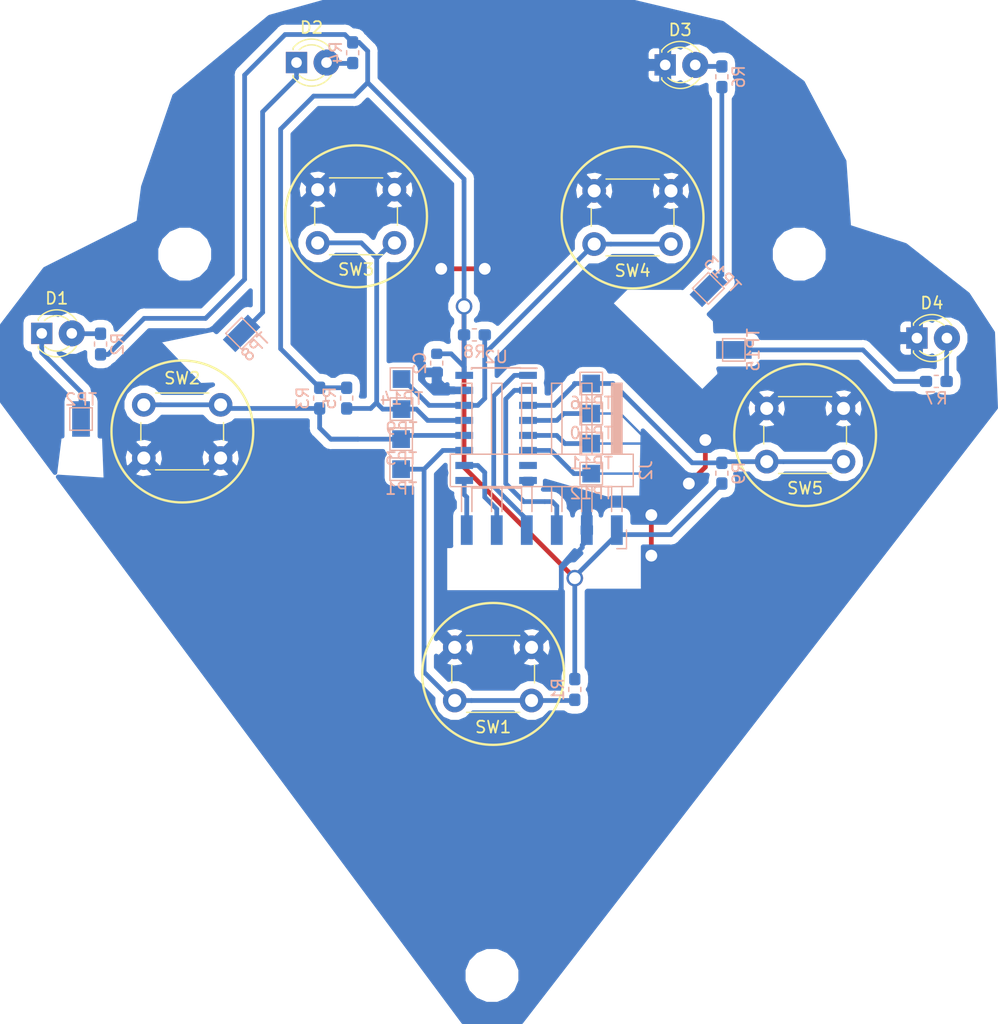
<source format=kicad_pcb>
(kicad_pcb (version 20171130) (host pcbnew "(5.0.0-3-g5ebb6b6)")

  (general
    (thickness 1.6)
    (drawings 42)
    (tracks 171)
    (zones 0)
    (modules 36)
    (nets 20)
  )

  (page A4)
  (layers
    (0 F.Cu signal)
    (31 B.Cu signal)
    (32 B.Adhes user)
    (33 F.Adhes user)
    (34 B.Paste user)
    (35 F.Paste user)
    (36 B.SilkS user)
    (37 F.SilkS user)
    (38 B.Mask user)
    (39 F.Mask user)
    (40 Dwgs.User user hide)
    (41 Cmts.User user)
    (42 Eco1.User user)
    (43 Eco2.User user)
    (44 Edge.Cuts user)
    (45 Margin user)
    (46 B.CrtYd user)
    (47 F.CrtYd user)
    (48 B.Fab user)
    (49 F.Fab user)
  )

  (setup
    (last_trace_width 0.4)
    (trace_clearance 0.3)
    (zone_clearance 0.635)
    (zone_45_only no)
    (trace_min 0.2)
    (segment_width 0.2)
    (edge_width 0.2)
    (via_size 1.4)
    (via_drill 1)
    (via_min_size 0.4)
    (via_min_drill 0.3)
    (uvia_size 0.3)
    (uvia_drill 0.1)
    (uvias_allowed no)
    (uvia_min_size 0.2)
    (uvia_min_drill 0.1)
    (pcb_text_width 0.3)
    (pcb_text_size 1.5 1.5)
    (mod_edge_width 0.15)
    (mod_text_size 1 1)
    (mod_text_width 0.15)
    (pad_size 1.5 3)
    (pad_drill 0)
    (pad_to_mask_clearance 0.2)
    (aux_axis_origin 0 0)
    (grid_origin 144.9 148.5)
    (visible_elements FFFDEF7F)
    (pcbplotparams
      (layerselection 0x010fc_ffffffff)
      (usegerberextensions false)
      (usegerberattributes false)
      (usegerberadvancedattributes false)
      (creategerberjobfile false)
      (excludeedgelayer true)
      (linewidth 0.100000)
      (plotframeref false)
      (viasonmask false)
      (mode 1)
      (useauxorigin false)
      (hpglpennumber 1)
      (hpglpenspeed 20)
      (hpglpendiameter 15.000000)
      (psnegative false)
      (psa4output false)
      (plotreference true)
      (plotvalue true)
      (plotinvisibletext false)
      (padsonsilk false)
      (subtractmaskfromsilk false)
      (outputformat 1)
      (mirror false)
      (drillshape 1)
      (scaleselection 1)
      (outputdirectory ""))
  )

  (net 0 "")
  (net 1 "Net-(D1-Pad2)")
  (net 2 "Net-(D2-Pad2)")
  (net 3 LED1_LOW)
  (net 4 GND)
  (net 5 "Net-(D3-Pad2)")
  (net 6 "Net-(D4-Pad2)")
  (net 7 VCC)
  (net 8 SW1)
  (net 9 SW2)
  (net 10 SW3)
  (net 11 SW4)
  (net 12 LED3_HIGH)
  (net 13 LED4_HIGH)
  (net 14 LED2_LOW)
  (net 15 SW5)
  (net 16 MISO)
  (net 17 CHAIN_SERIAL_IN)
  (net 18 IN_LATCH)
  (net 19 CLK)

  (net_class Default "This is the default net class."
    (clearance 0.3)
    (trace_width 0.4)
    (via_dia 1.4)
    (via_drill 1)
    (uvia_dia 0.3)
    (uvia_drill 0.1)
    (add_net CHAIN_SERIAL_IN)
    (add_net CLK)
    (add_net GND)
    (add_net IN_LATCH)
    (add_net LED1_LOW)
    (add_net LED2_LOW)
    (add_net LED3_HIGH)
    (add_net LED4_HIGH)
    (add_net MISO)
    (add_net "Net-(D1-Pad2)")
    (add_net "Net-(D2-Pad2)")
    (add_net "Net-(D3-Pad2)")
    (add_net "Net-(D4-Pad2)")
    (add_net SW1)
    (add_net SW2)
    (add_net SW3)
    (add_net SW4)
    (add_net SW5)
    (add_net VCC)
  )

  (module Resistor_SMD:R_0603_1608Metric_Pad1.05x0.95mm_HandSolder (layer B.Cu) (tedit 5B301BBD) (tstamp 5C07CDF9)
    (at 112.501 54.266)
    (descr "Resistor SMD 0603 (1608 Metric), square (rectangular) end terminal, IPC_7351 nominal with elongated pad for handsoldering. (Body size source: http://www.tortai-tech.com/upload/download/2011102023233369053.pdf), generated with kicad-footprint-generator")
    (tags "resistor handsolder")
    (path /5BEF38C6)
    (attr smd)
    (fp_text reference R7 (at 0 1.43) (layer B.SilkS)
      (effects (font (size 1 1) (thickness 0.15)) (justify mirror))
    )
    (fp_text value R (at 0 -1.43) (layer B.Fab)
      (effects (font (size 1 1) (thickness 0.15)) (justify mirror))
    )
    (fp_text user %R (at 0 0) (layer B.Fab)
      (effects (font (size 0.4 0.4) (thickness 0.06)) (justify mirror))
    )
    (fp_line (start 1.65 -0.73) (end -1.65 -0.73) (layer B.CrtYd) (width 0.05))
    (fp_line (start 1.65 0.73) (end 1.65 -0.73) (layer B.CrtYd) (width 0.05))
    (fp_line (start -1.65 0.73) (end 1.65 0.73) (layer B.CrtYd) (width 0.05))
    (fp_line (start -1.65 -0.73) (end -1.65 0.73) (layer B.CrtYd) (width 0.05))
    (fp_line (start -0.171267 -0.51) (end 0.171267 -0.51) (layer B.SilkS) (width 0.12))
    (fp_line (start -0.171267 0.51) (end 0.171267 0.51) (layer B.SilkS) (width 0.12))
    (fp_line (start 0.8 -0.4) (end -0.8 -0.4) (layer B.Fab) (width 0.1))
    (fp_line (start 0.8 0.4) (end 0.8 -0.4) (layer B.Fab) (width 0.1))
    (fp_line (start -0.8 0.4) (end 0.8 0.4) (layer B.Fab) (width 0.1))
    (fp_line (start -0.8 -0.4) (end -0.8 0.4) (layer B.Fab) (width 0.1))
    (pad 2 smd roundrect (at 0.875 0) (size 1.05 0.95) (layers B.Cu B.Paste B.Mask) (roundrect_rratio 0.25)
      (net 6 "Net-(D4-Pad2)"))
    (pad 1 smd roundrect (at -0.875 0) (size 1.05 0.95) (layers B.Cu B.Paste B.Mask) (roundrect_rratio 0.25)
      (net 13 LED4_HIGH))
    (model ${KISYS3DMOD}/Resistor_SMD.3dshapes/R_0603_1608Metric.wrl
      (at (xyz 0 0 0))
      (scale (xyz 1 1 1))
      (rotate (xyz 0 0 0))
    )
  )

  (module Resistor_SMD:R_0603_1608Metric_Pad1.05x0.95mm_HandSolder (layer B.Cu) (tedit 5B301BBD) (tstamp 5C07CD93)
    (at 81.908 80.315 270)
    (descr "Resistor SMD 0603 (1608 Metric), square (rectangular) end terminal, IPC_7351 nominal with elongated pad for handsoldering. (Body size source: http://www.tortai-tech.com/upload/download/2011102023233369053.pdf), generated with kicad-footprint-generator")
    (tags "resistor handsolder")
    (path /5BEF1921)
    (attr smd)
    (fp_text reference R1 (at 0 1.43 270) (layer B.SilkS)
      (effects (font (size 1 1) (thickness 0.15)) (justify mirror))
    )
    (fp_text value 10k (at 0 -1.43 270) (layer B.Fab)
      (effects (font (size 1 1) (thickness 0.15)) (justify mirror))
    )
    (fp_line (start -0.8 -0.4) (end -0.8 0.4) (layer B.Fab) (width 0.1))
    (fp_line (start -0.8 0.4) (end 0.8 0.4) (layer B.Fab) (width 0.1))
    (fp_line (start 0.8 0.4) (end 0.8 -0.4) (layer B.Fab) (width 0.1))
    (fp_line (start 0.8 -0.4) (end -0.8 -0.4) (layer B.Fab) (width 0.1))
    (fp_line (start -0.171267 0.51) (end 0.171267 0.51) (layer B.SilkS) (width 0.12))
    (fp_line (start -0.171267 -0.51) (end 0.171267 -0.51) (layer B.SilkS) (width 0.12))
    (fp_line (start -1.65 -0.73) (end -1.65 0.73) (layer B.CrtYd) (width 0.05))
    (fp_line (start -1.65 0.73) (end 1.65 0.73) (layer B.CrtYd) (width 0.05))
    (fp_line (start 1.65 0.73) (end 1.65 -0.73) (layer B.CrtYd) (width 0.05))
    (fp_line (start 1.65 -0.73) (end -1.65 -0.73) (layer B.CrtYd) (width 0.05))
    (fp_text user %R (at 0 0 270) (layer B.Fab)
      (effects (font (size 0.4 0.4) (thickness 0.06)) (justify mirror))
    )
    (pad 1 smd roundrect (at -0.875 0 270) (size 1.05 0.95) (layers B.Cu B.Paste B.Mask) (roundrect_rratio 0.25)
      (net 7 VCC))
    (pad 2 smd roundrect (at 0.875 0 270) (size 1.05 0.95) (layers B.Cu B.Paste B.Mask) (roundrect_rratio 0.25)
      (net 8 SW1))
    (model ${KISYS3DMOD}/Resistor_SMD.3dshapes/R_0603_1608Metric.wrl
      (at (xyz 0 0 0))
      (scale (xyz 1 1 1))
      (rotate (xyz 0 0 0))
    )
  )

  (module Resistor_SMD:R_0603_1608Metric_Pad1.05x0.95mm_HandSolder (layer B.Cu) (tedit 5B301BBD) (tstamp 5C07CDA4)
    (at 41.776 51.105 90)
    (descr "Resistor SMD 0603 (1608 Metric), square (rectangular) end terminal, IPC_7351 nominal with elongated pad for handsoldering. (Body size source: http://www.tortai-tech.com/upload/download/2011102023233369053.pdf), generated with kicad-footprint-generator")
    (tags "resistor handsolder")
    (path /5BEF1DB2)
    (attr smd)
    (fp_text reference R2 (at 0 1.43 90) (layer B.SilkS)
      (effects (font (size 1 1) (thickness 0.15)) (justify mirror))
    )
    (fp_text value R (at 0 -1.43 90) (layer B.Fab)
      (effects (font (size 1 1) (thickness 0.15)) (justify mirror))
    )
    (fp_text user %R (at 0 0 90) (layer B.Fab)
      (effects (font (size 0.4 0.4) (thickness 0.06)) (justify mirror))
    )
    (fp_line (start 1.65 -0.73) (end -1.65 -0.73) (layer B.CrtYd) (width 0.05))
    (fp_line (start 1.65 0.73) (end 1.65 -0.73) (layer B.CrtYd) (width 0.05))
    (fp_line (start -1.65 0.73) (end 1.65 0.73) (layer B.CrtYd) (width 0.05))
    (fp_line (start -1.65 -0.73) (end -1.65 0.73) (layer B.CrtYd) (width 0.05))
    (fp_line (start -0.171267 -0.51) (end 0.171267 -0.51) (layer B.SilkS) (width 0.12))
    (fp_line (start -0.171267 0.51) (end 0.171267 0.51) (layer B.SilkS) (width 0.12))
    (fp_line (start 0.8 -0.4) (end -0.8 -0.4) (layer B.Fab) (width 0.1))
    (fp_line (start 0.8 0.4) (end 0.8 -0.4) (layer B.Fab) (width 0.1))
    (fp_line (start -0.8 0.4) (end 0.8 0.4) (layer B.Fab) (width 0.1))
    (fp_line (start -0.8 -0.4) (end -0.8 0.4) (layer B.Fab) (width 0.1))
    (pad 2 smd roundrect (at 0.875 0 90) (size 1.05 0.95) (layers B.Cu B.Paste B.Mask) (roundrect_rratio 0.25)
      (net 1 "Net-(D1-Pad2)"))
    (pad 1 smd roundrect (at -0.875 0 90) (size 1.05 0.95) (layers B.Cu B.Paste B.Mask) (roundrect_rratio 0.25)
      (net 7 VCC))
    (model ${KISYS3DMOD}/Resistor_SMD.3dshapes/R_0603_1608Metric.wrl
      (at (xyz 0 0 0))
      (scale (xyz 1 1 1))
      (rotate (xyz 0 0 0))
    )
  )

  (module Resistor_SMD:R_0603_1608Metric_Pad1.05x0.95mm_HandSolder (layer B.Cu) (tedit 5B301BBD) (tstamp 5C009BCE)
    (at 60.318 55.677 270)
    (descr "Resistor SMD 0603 (1608 Metric), square (rectangular) end terminal, IPC_7351 nominal with elongated pad for handsoldering. (Body size source: http://www.tortai-tech.com/upload/download/2011102023233369053.pdf), generated with kicad-footprint-generator")
    (tags "resistor handsolder")
    (path /5BEF205C)
    (attr smd)
    (fp_text reference R3 (at 0 1.43 270) (layer B.SilkS)
      (effects (font (size 1 1) (thickness 0.15)) (justify mirror))
    )
    (fp_text value 10k (at 0 -1.43 270) (layer B.Fab)
      (effects (font (size 1 1) (thickness 0.15)) (justify mirror))
    )
    (fp_line (start -0.8 -0.4) (end -0.8 0.4) (layer B.Fab) (width 0.1))
    (fp_line (start -0.8 0.4) (end 0.8 0.4) (layer B.Fab) (width 0.1))
    (fp_line (start 0.8 0.4) (end 0.8 -0.4) (layer B.Fab) (width 0.1))
    (fp_line (start 0.8 -0.4) (end -0.8 -0.4) (layer B.Fab) (width 0.1))
    (fp_line (start -0.171267 0.51) (end 0.171267 0.51) (layer B.SilkS) (width 0.12))
    (fp_line (start -0.171267 -0.51) (end 0.171267 -0.51) (layer B.SilkS) (width 0.12))
    (fp_line (start -1.65 -0.73) (end -1.65 0.73) (layer B.CrtYd) (width 0.05))
    (fp_line (start -1.65 0.73) (end 1.65 0.73) (layer B.CrtYd) (width 0.05))
    (fp_line (start 1.65 0.73) (end 1.65 -0.73) (layer B.CrtYd) (width 0.05))
    (fp_line (start 1.65 -0.73) (end -1.65 -0.73) (layer B.CrtYd) (width 0.05))
    (fp_text user %R (at 0 0 270) (layer B.Fab)
      (effects (font (size 0.4 0.4) (thickness 0.06)) (justify mirror))
    )
    (pad 1 smd roundrect (at -0.875 0 270) (size 1.05 0.95) (layers B.Cu B.Paste B.Mask) (roundrect_rratio 0.25)
      (net 7 VCC))
    (pad 2 smd roundrect (at 0.875 0 270) (size 1.05 0.95) (layers B.Cu B.Paste B.Mask) (roundrect_rratio 0.25)
      (net 9 SW2))
    (model ${KISYS3DMOD}/Resistor_SMD.3dshapes/R_0603_1608Metric.wrl
      (at (xyz 0 0 0))
      (scale (xyz 1 1 1))
      (rotate (xyz 0 0 0))
    )
  )

  (module Resistor_SMD:R_0603_1608Metric_Pad1.05x0.95mm_HandSolder (layer B.Cu) (tedit 5B301BBD) (tstamp 5C009B9E)
    (at 63.112 26.467 270)
    (descr "Resistor SMD 0603 (1608 Metric), square (rectangular) end terminal, IPC_7351 nominal with elongated pad for handsoldering. (Body size source: http://www.tortai-tech.com/upload/download/2011102023233369053.pdf), generated with kicad-footprint-generator")
    (tags "resistor handsolder")
    (path /5BEF2075)
    (attr smd)
    (fp_text reference R4 (at 0 1.43 270) (layer B.SilkS)
      (effects (font (size 1 1) (thickness 0.15)) (justify mirror))
    )
    (fp_text value R (at 0 -1.43 270) (layer B.Fab)
      (effects (font (size 1 1) (thickness 0.15)) (justify mirror))
    )
    (fp_text user %R (at 0 0 270) (layer B.Fab)
      (effects (font (size 0.4 0.4) (thickness 0.06)) (justify mirror))
    )
    (fp_line (start 1.65 -0.73) (end -1.65 -0.73) (layer B.CrtYd) (width 0.05))
    (fp_line (start 1.65 0.73) (end 1.65 -0.73) (layer B.CrtYd) (width 0.05))
    (fp_line (start -1.65 0.73) (end 1.65 0.73) (layer B.CrtYd) (width 0.05))
    (fp_line (start -1.65 -0.73) (end -1.65 0.73) (layer B.CrtYd) (width 0.05))
    (fp_line (start -0.171267 -0.51) (end 0.171267 -0.51) (layer B.SilkS) (width 0.12))
    (fp_line (start -0.171267 0.51) (end 0.171267 0.51) (layer B.SilkS) (width 0.12))
    (fp_line (start 0.8 -0.4) (end -0.8 -0.4) (layer B.Fab) (width 0.1))
    (fp_line (start 0.8 0.4) (end 0.8 -0.4) (layer B.Fab) (width 0.1))
    (fp_line (start -0.8 0.4) (end 0.8 0.4) (layer B.Fab) (width 0.1))
    (fp_line (start -0.8 -0.4) (end -0.8 0.4) (layer B.Fab) (width 0.1))
    (pad 2 smd roundrect (at 0.875 0 270) (size 1.05 0.95) (layers B.Cu B.Paste B.Mask) (roundrect_rratio 0.25)
      (net 2 "Net-(D2-Pad2)"))
    (pad 1 smd roundrect (at -0.875 0 270) (size 1.05 0.95) (layers B.Cu B.Paste B.Mask) (roundrect_rratio 0.25)
      (net 7 VCC))
    (model ${KISYS3DMOD}/Resistor_SMD.3dshapes/R_0603_1608Metric.wrl
      (at (xyz 0 0 0))
      (scale (xyz 1 1 1))
      (rotate (xyz 0 0 0))
    )
  )

  (module Resistor_SMD:R_0603_1608Metric_Pad1.05x0.95mm_HandSolder (layer B.Cu) (tedit 5B301BBD) (tstamp 5C07CDD7)
    (at 62.604 55.677 270)
    (descr "Resistor SMD 0603 (1608 Metric), square (rectangular) end terminal, IPC_7351 nominal with elongated pad for handsoldering. (Body size source: http://www.tortai-tech.com/upload/download/2011102023233369053.pdf), generated with kicad-footprint-generator")
    (tags "resistor handsolder")
    (path /5BEF2293)
    (attr smd)
    (fp_text reference R5 (at 0 1.43 270) (layer B.SilkS)
      (effects (font (size 1 1) (thickness 0.15)) (justify mirror))
    )
    (fp_text value 10k (at 0 -1.43 270) (layer B.Fab)
      (effects (font (size 1 1) (thickness 0.15)) (justify mirror))
    )
    (fp_line (start -0.8 -0.4) (end -0.8 0.4) (layer B.Fab) (width 0.1))
    (fp_line (start -0.8 0.4) (end 0.8 0.4) (layer B.Fab) (width 0.1))
    (fp_line (start 0.8 0.4) (end 0.8 -0.4) (layer B.Fab) (width 0.1))
    (fp_line (start 0.8 -0.4) (end -0.8 -0.4) (layer B.Fab) (width 0.1))
    (fp_line (start -0.171267 0.51) (end 0.171267 0.51) (layer B.SilkS) (width 0.12))
    (fp_line (start -0.171267 -0.51) (end 0.171267 -0.51) (layer B.SilkS) (width 0.12))
    (fp_line (start -1.65 -0.73) (end -1.65 0.73) (layer B.CrtYd) (width 0.05))
    (fp_line (start -1.65 0.73) (end 1.65 0.73) (layer B.CrtYd) (width 0.05))
    (fp_line (start 1.65 0.73) (end 1.65 -0.73) (layer B.CrtYd) (width 0.05))
    (fp_line (start 1.65 -0.73) (end -1.65 -0.73) (layer B.CrtYd) (width 0.05))
    (fp_text user %R (at 0 0 270) (layer B.Fab)
      (effects (font (size 0.4 0.4) (thickness 0.06)) (justify mirror))
    )
    (pad 1 smd roundrect (at -0.875 0 270) (size 1.05 0.95) (layers B.Cu B.Paste B.Mask) (roundrect_rratio 0.25)
      (net 7 VCC))
    (pad 2 smd roundrect (at 0.875 0 270) (size 1.05 0.95) (layers B.Cu B.Paste B.Mask) (roundrect_rratio 0.25)
      (net 10 SW3))
    (model ${KISYS3DMOD}/Resistor_SMD.3dshapes/R_0603_1608Metric.wrl
      (at (xyz 0 0 0))
      (scale (xyz 1 1 1))
      (rotate (xyz 0 0 0))
    )
  )

  (module Resistor_SMD:R_0603_1608Metric_Pad1.05x0.95mm_HandSolder (layer B.Cu) (tedit 5B301BBD) (tstamp 5C0095D8)
    (at 94.354 28.499 90)
    (descr "Resistor SMD 0603 (1608 Metric), square (rectangular) end terminal, IPC_7351 nominal with elongated pad for handsoldering. (Body size source: http://www.tortai-tech.com/upload/download/2011102023233369053.pdf), generated with kicad-footprint-generator")
    (tags "resistor handsolder")
    (path /5BEF22AC)
    (attr smd)
    (fp_text reference R6 (at 0 1.43 90) (layer B.SilkS)
      (effects (font (size 1 1) (thickness 0.15)) (justify mirror))
    )
    (fp_text value R (at 0 -1.43 90) (layer B.Fab)
      (effects (font (size 1 1) (thickness 0.15)) (justify mirror))
    )
    (fp_text user %R (at 0 0 90) (layer B.Fab)
      (effects (font (size 0.4 0.4) (thickness 0.06)) (justify mirror))
    )
    (fp_line (start 1.65 -0.73) (end -1.65 -0.73) (layer B.CrtYd) (width 0.05))
    (fp_line (start 1.65 0.73) (end 1.65 -0.73) (layer B.CrtYd) (width 0.05))
    (fp_line (start -1.65 0.73) (end 1.65 0.73) (layer B.CrtYd) (width 0.05))
    (fp_line (start -1.65 -0.73) (end -1.65 0.73) (layer B.CrtYd) (width 0.05))
    (fp_line (start -0.171267 -0.51) (end 0.171267 -0.51) (layer B.SilkS) (width 0.12))
    (fp_line (start -0.171267 0.51) (end 0.171267 0.51) (layer B.SilkS) (width 0.12))
    (fp_line (start 0.8 -0.4) (end -0.8 -0.4) (layer B.Fab) (width 0.1))
    (fp_line (start 0.8 0.4) (end 0.8 -0.4) (layer B.Fab) (width 0.1))
    (fp_line (start -0.8 0.4) (end 0.8 0.4) (layer B.Fab) (width 0.1))
    (fp_line (start -0.8 -0.4) (end -0.8 0.4) (layer B.Fab) (width 0.1))
    (pad 2 smd roundrect (at 0.875 0 90) (size 1.05 0.95) (layers B.Cu B.Paste B.Mask) (roundrect_rratio 0.25)
      (net 5 "Net-(D3-Pad2)"))
    (pad 1 smd roundrect (at -0.875 0 90) (size 1.05 0.95) (layers B.Cu B.Paste B.Mask) (roundrect_rratio 0.25)
      (net 12 LED3_HIGH))
    (model ${KISYS3DMOD}/Resistor_SMD.3dshapes/R_0603_1608Metric.wrl
      (at (xyz 0 0 0))
      (scale (xyz 1 1 1))
      (rotate (xyz 0 0 0))
    )
  )

  (module Resistor_SMD:R_0603_1608Metric_Pad1.05x0.95mm_HandSolder (layer B.Cu) (tedit 5B301BBD) (tstamp 5C07CE0A)
    (at 73.413 50.329)
    (descr "Resistor SMD 0603 (1608 Metric), square (rectangular) end terminal, IPC_7351 nominal with elongated pad for handsoldering. (Body size source: http://www.tortai-tech.com/upload/download/2011102023233369053.pdf), generated with kicad-footprint-generator")
    (tags "resistor handsolder")
    (path /5BEF38B3)
    (attr smd)
    (fp_text reference R8 (at 0 1.43) (layer B.SilkS)
      (effects (font (size 1 1) (thickness 0.15)) (justify mirror))
    )
    (fp_text value 10k (at 0 -1.43) (layer B.Fab)
      (effects (font (size 1 1) (thickness 0.15)) (justify mirror))
    )
    (fp_line (start -0.8 -0.4) (end -0.8 0.4) (layer B.Fab) (width 0.1))
    (fp_line (start -0.8 0.4) (end 0.8 0.4) (layer B.Fab) (width 0.1))
    (fp_line (start 0.8 0.4) (end 0.8 -0.4) (layer B.Fab) (width 0.1))
    (fp_line (start 0.8 -0.4) (end -0.8 -0.4) (layer B.Fab) (width 0.1))
    (fp_line (start -0.171267 0.51) (end 0.171267 0.51) (layer B.SilkS) (width 0.12))
    (fp_line (start -0.171267 -0.51) (end 0.171267 -0.51) (layer B.SilkS) (width 0.12))
    (fp_line (start -1.65 -0.73) (end -1.65 0.73) (layer B.CrtYd) (width 0.05))
    (fp_line (start -1.65 0.73) (end 1.65 0.73) (layer B.CrtYd) (width 0.05))
    (fp_line (start 1.65 0.73) (end 1.65 -0.73) (layer B.CrtYd) (width 0.05))
    (fp_line (start 1.65 -0.73) (end -1.65 -0.73) (layer B.CrtYd) (width 0.05))
    (fp_text user %R (at 0 0) (layer B.Fab)
      (effects (font (size 0.4 0.4) (thickness 0.06)) (justify mirror))
    )
    (pad 1 smd roundrect (at -0.875 0) (size 1.05 0.95) (layers B.Cu B.Paste B.Mask) (roundrect_rratio 0.25)
      (net 7 VCC))
    (pad 2 smd roundrect (at 0.875 0) (size 1.05 0.95) (layers B.Cu B.Paste B.Mask) (roundrect_rratio 0.25)
      (net 11 SW4))
    (model ${KISYS3DMOD}/Resistor_SMD.3dshapes/R_0603_1608Metric.wrl
      (at (xyz 0 0 0))
      (scale (xyz 1 1 1))
      (rotate (xyz 0 0 0))
    )
  )

  (module Resistor_SMD:R_0603_1608Metric_Pad1.05x0.95mm_HandSolder (layer B.Cu) (tedit 5BFA6DF1) (tstamp 5C07CE1B)
    (at 94.354 62.027 90)
    (descr "Resistor SMD 0603 (1608 Metric), square (rectangular) end terminal, IPC_7351 nominal with elongated pad for handsoldering. (Body size source: http://www.tortai-tech.com/upload/download/2011102023233369053.pdf), generated with kicad-footprint-generator")
    (tags "resistor handsolder")
    (path /5BEFF80A)
    (attr smd)
    (fp_text reference R9 (at 0 1.43 90) (layer B.SilkS)
      (effects (font (size 1 1) (thickness 0.15)) (justify mirror))
    )
    (fp_text value 10k (at 0 -1.43 90) (layer B.Fab)
      (effects (font (size 1 1) (thickness 0.15)) (justify mirror))
    )
    (fp_line (start -0.8 -0.4) (end -0.8 0.4) (layer B.Fab) (width 0.1))
    (fp_line (start -0.8 0.4) (end 0.8 0.4) (layer B.Fab) (width 0.1))
    (fp_line (start 0.8 0.4) (end 0.8 -0.4) (layer B.Fab) (width 0.1))
    (fp_line (start 0.8 -0.4) (end -0.8 -0.4) (layer B.Fab) (width 0.1))
    (fp_line (start -0.171267 0.51) (end 0.171267 0.51) (layer B.SilkS) (width 0.12))
    (fp_line (start -0.171267 -0.51) (end 0.171267 -0.51) (layer B.SilkS) (width 0.12))
    (fp_line (start -1.65 -0.73) (end -1.65 0.73) (layer B.CrtYd) (width 0.05))
    (fp_line (start -1.65 0.73) (end 1.65 0.73) (layer B.CrtYd) (width 0.05))
    (fp_line (start 1.65 0.73) (end 1.65 -0.73) (layer B.CrtYd) (width 0.05))
    (fp_line (start 1.65 -0.73) (end -1.65 -0.73) (layer B.CrtYd) (width 0.05))
    (fp_text user %R (at 0.649 0 180) (layer B.Fab)
      (effects (font (size 0.4 0.4) (thickness 0.06)) (justify mirror))
    )
    (pad 1 smd roundrect (at -0.875 0 90) (size 1.05 0.95) (layers B.Cu B.Paste B.Mask) (roundrect_rratio 0.25)
      (net 7 VCC))
    (pad 2 smd roundrect (at 0.875 0 90) (size 1.05 0.95) (layers B.Cu B.Paste B.Mask) (roundrect_rratio 0.25)
      (net 15 SW5))
    (model ${KISYS3DMOD}/Resistor_SMD.3dshapes/R_0603_1608Metric.wrl
      (at (xyz 0 0 0))
      (scale (xyz 1 1 1))
      (rotate (xyz 0 0 0))
    )
  )

  (module Button_Switch_THT:SW_PUSH_6mm (layer F.Cu) (tedit 5A02FE31) (tstamp 5C009F0E)
    (at 71.75 76.75)
    (descr https://www.omron.com/ecb/products/pdf/en-b3f.pdf)
    (tags "tact sw push 6mm")
    (path /5BEF17B8)
    (fp_text reference SW1 (at 3.25 6.75) (layer F.SilkS)
      (effects (font (size 1 1) (thickness 0.15)))
    )
    (fp_text value SW_Push (at 3.75 6.7) (layer F.Fab)
      (effects (font (size 1 1) (thickness 0.15)))
    )
    (fp_text user %R (at 3.25 2.25) (layer F.Fab)
      (effects (font (size 1 1) (thickness 0.15)))
    )
    (fp_line (start 3.25 -0.75) (end 6.25 -0.75) (layer F.Fab) (width 0.1))
    (fp_line (start 6.25 -0.75) (end 6.25 5.25) (layer F.Fab) (width 0.1))
    (fp_line (start 6.25 5.25) (end 0.25 5.25) (layer F.Fab) (width 0.1))
    (fp_line (start 0.25 5.25) (end 0.25 -0.75) (layer F.Fab) (width 0.1))
    (fp_line (start 0.25 -0.75) (end 3.25 -0.75) (layer F.Fab) (width 0.1))
    (fp_line (start 7.75 6) (end 8 6) (layer F.CrtYd) (width 0.05))
    (fp_line (start 8 6) (end 8 5.75) (layer F.CrtYd) (width 0.05))
    (fp_line (start 7.75 -1.5) (end 8 -1.5) (layer F.CrtYd) (width 0.05))
    (fp_line (start 8 -1.5) (end 8 -1.25) (layer F.CrtYd) (width 0.05))
    (fp_line (start -1.5 -1.25) (end -1.5 -1.5) (layer F.CrtYd) (width 0.05))
    (fp_line (start -1.5 -1.5) (end -1.25 -1.5) (layer F.CrtYd) (width 0.05))
    (fp_line (start -1.5 5.75) (end -1.5 6) (layer F.CrtYd) (width 0.05))
    (fp_line (start -1.5 6) (end -1.25 6) (layer F.CrtYd) (width 0.05))
    (fp_line (start -1.25 -1.5) (end 7.75 -1.5) (layer F.CrtYd) (width 0.05))
    (fp_line (start -1.5 5.75) (end -1.5 -1.25) (layer F.CrtYd) (width 0.05))
    (fp_line (start 7.75 6) (end -1.25 6) (layer F.CrtYd) (width 0.05))
    (fp_line (start 8 -1.25) (end 8 5.75) (layer F.CrtYd) (width 0.05))
    (fp_line (start 1 5.5) (end 5.5 5.5) (layer F.SilkS) (width 0.12))
    (fp_line (start -0.25 1.5) (end -0.25 3) (layer F.SilkS) (width 0.12))
    (fp_line (start 5.5 -1) (end 1 -1) (layer F.SilkS) (width 0.12))
    (fp_line (start 6.75 3) (end 6.75 1.5) (layer F.SilkS) (width 0.12))
    (fp_circle (center 3.25 2.25) (end 1.25 2.5) (layer F.Fab) (width 0.1))
    (pad 2 thru_hole circle (at 0 4.5 90) (size 2 2) (drill 1.1) (layers *.Cu *.Mask)
      (net 8 SW1))
    (pad 1 thru_hole circle (at 0 0 90) (size 2 2) (drill 1.1) (layers *.Cu *.Mask)
      (net 4 GND))
    (pad 2 thru_hole circle (at 6.5 4.5 90) (size 2 2) (drill 1.1) (layers *.Cu *.Mask)
      (net 8 SW1))
    (pad 1 thru_hole circle (at 6.5 0 90) (size 2 2) (drill 1.1) (layers *.Cu *.Mask)
      (net 4 GND))
    (model ${KISYS3DMOD}/Button_Switch_THT.3dshapes/SW_PUSH_6mm.wrl
      (at (xyz 0 0 0))
      (scale (xyz 1 1 1))
      (rotate (xyz 0 0 0))
    )
  )

  (module Button_Switch_THT:SW_PUSH_6mm (layer F.Cu) (tedit 5A02FE31) (tstamp 5C02F3C3)
    (at 51.936 60.743 180)
    (descr https://www.omron.com/ecb/products/pdf/en-b3f.pdf)
    (tags "tact sw push 6mm")
    (path /5BEF204A)
    (fp_text reference SW2 (at 3.25 6.75 180) (layer F.SilkS)
      (effects (font (size 1 1) (thickness 0.15)))
    )
    (fp_text value SW_Push (at 3.75 6.7 180) (layer F.Fab)
      (effects (font (size 1 1) (thickness 0.15)))
    )
    (fp_circle (center 3.25 2.25) (end 1.250001 2.5) (layer F.Fab) (width 0.1))
    (fp_line (start 6.75 3) (end 6.75 1.5) (layer F.SilkS) (width 0.12))
    (fp_line (start 5.5 -1) (end 1 -1) (layer F.SilkS) (width 0.12))
    (fp_line (start -0.25 1.5) (end -0.25 3) (layer F.SilkS) (width 0.12))
    (fp_line (start 1 5.5) (end 5.5 5.5) (layer F.SilkS) (width 0.12))
    (fp_line (start 8 -1.25) (end 8 5.75) (layer F.CrtYd) (width 0.05))
    (fp_line (start 7.75 6) (end -1.25 6) (layer F.CrtYd) (width 0.05))
    (fp_line (start -1.5 5.75) (end -1.5 -1.25) (layer F.CrtYd) (width 0.05))
    (fp_line (start -1.25 -1.5) (end 7.75 -1.5) (layer F.CrtYd) (width 0.05))
    (fp_line (start -1.5 6) (end -1.25 6) (layer F.CrtYd) (width 0.05))
    (fp_line (start -1.5 5.75) (end -1.5 6) (layer F.CrtYd) (width 0.05))
    (fp_line (start -1.5 -1.5) (end -1.25 -1.5) (layer F.CrtYd) (width 0.05))
    (fp_line (start -1.5 -1.25) (end -1.5 -1.5) (layer F.CrtYd) (width 0.05))
    (fp_line (start 8 -1.5) (end 8 -1.25) (layer F.CrtYd) (width 0.05))
    (fp_line (start 7.75 -1.5) (end 8 -1.5) (layer F.CrtYd) (width 0.05))
    (fp_line (start 8 6) (end 8 5.75) (layer F.CrtYd) (width 0.05))
    (fp_line (start 7.75 6) (end 8 6) (layer F.CrtYd) (width 0.05))
    (fp_line (start 0.25 -0.75) (end 3.25 -0.75) (layer F.Fab) (width 0.1))
    (fp_line (start 0.25 5.25) (end 0.25 -0.75) (layer F.Fab) (width 0.1))
    (fp_line (start 6.25 5.25) (end 0.25 5.25) (layer F.Fab) (width 0.1))
    (fp_line (start 6.249999 -0.75) (end 6.25 5.25) (layer F.Fab) (width 0.1))
    (fp_line (start 3.25 -0.75) (end 6.249999 -0.75) (layer F.Fab) (width 0.1))
    (fp_text user %R (at 3.25 2.25 180) (layer F.Fab)
      (effects (font (size 1 1) (thickness 0.15)))
    )
    (pad 1 thru_hole circle (at 6.5 0 270) (size 2 2) (drill 1.1) (layers *.Cu *.Mask)
      (net 4 GND))
    (pad 2 thru_hole circle (at 6.5 4.499999 270) (size 2 2) (drill 1.1) (layers *.Cu *.Mask)
      (net 9 SW2))
    (pad 1 thru_hole circle (at 0 0 270) (size 2 2) (drill 1.1) (layers *.Cu *.Mask)
      (net 4 GND))
    (pad 2 thru_hole circle (at 0 4.5 270) (size 2 2) (drill 1.1) (layers *.Cu *.Mask)
      (net 9 SW2))
    (model ${KISYS3DMOD}/Button_Switch_THT.3dshapes/SW_PUSH_6mm.wrl
      (at (xyz 0 0 0))
      (scale (xyz 1 1 1))
      (rotate (xyz 0 0 0))
    )
  )

  (module Button_Switch_THT:SW_PUSH_6mm (layer F.Cu) (tedit 5A02FE31) (tstamp 5C008A65)
    (at 60.15 38.05)
    (descr https://www.omron.com/ecb/products/pdf/en-b3f.pdf)
    (tags "tact sw push 6mm")
    (path /5BEF2281)
    (fp_text reference SW3 (at 3.25 6.75) (layer F.SilkS)
      (effects (font (size 1 1) (thickness 0.15)))
    )
    (fp_text value SW_Push (at 3.75 6.7) (layer F.Fab)
      (effects (font (size 1 1) (thickness 0.15)))
    )
    (fp_text user %R (at 3.25 2.25) (layer F.Fab)
      (effects (font (size 1 1) (thickness 0.15)))
    )
    (fp_line (start 3.25 -0.75) (end 6.25 -0.75) (layer F.Fab) (width 0.1))
    (fp_line (start 6.25 -0.75) (end 6.25 5.25) (layer F.Fab) (width 0.1))
    (fp_line (start 6.25 5.25) (end 0.25 5.25) (layer F.Fab) (width 0.1))
    (fp_line (start 0.25 5.25) (end 0.25 -0.75) (layer F.Fab) (width 0.1))
    (fp_line (start 0.25 -0.75) (end 3.25 -0.75) (layer F.Fab) (width 0.1))
    (fp_line (start 7.75 6) (end 8 6) (layer F.CrtYd) (width 0.05))
    (fp_line (start 8 6) (end 8 5.75) (layer F.CrtYd) (width 0.05))
    (fp_line (start 7.75 -1.5) (end 8 -1.5) (layer F.CrtYd) (width 0.05))
    (fp_line (start 8 -1.5) (end 8 -1.25) (layer F.CrtYd) (width 0.05))
    (fp_line (start -1.5 -1.25) (end -1.5 -1.5) (layer F.CrtYd) (width 0.05))
    (fp_line (start -1.5 -1.5) (end -1.25 -1.5) (layer F.CrtYd) (width 0.05))
    (fp_line (start -1.5 5.75) (end -1.5 6) (layer F.CrtYd) (width 0.05))
    (fp_line (start -1.5 6) (end -1.25 6) (layer F.CrtYd) (width 0.05))
    (fp_line (start -1.25 -1.5) (end 7.75 -1.5) (layer F.CrtYd) (width 0.05))
    (fp_line (start -1.5 5.75) (end -1.5 -1.25) (layer F.CrtYd) (width 0.05))
    (fp_line (start 7.75 6) (end -1.25 6) (layer F.CrtYd) (width 0.05))
    (fp_line (start 8 -1.25) (end 8 5.75) (layer F.CrtYd) (width 0.05))
    (fp_line (start 1 5.5) (end 5.5 5.5) (layer F.SilkS) (width 0.12))
    (fp_line (start -0.25 1.5) (end -0.25 3) (layer F.SilkS) (width 0.12))
    (fp_line (start 5.5 -1) (end 1 -1) (layer F.SilkS) (width 0.12))
    (fp_line (start 6.75 3) (end 6.75 1.5) (layer F.SilkS) (width 0.12))
    (fp_circle (center 3.25 2.25) (end 1.25 2.5) (layer F.Fab) (width 0.1))
    (pad 2 thru_hole circle (at 0 4.5 90) (size 2 2) (drill 1.1) (layers *.Cu *.Mask)
      (net 10 SW3))
    (pad 1 thru_hole circle (at 0 0 90) (size 2 2) (drill 1.1) (layers *.Cu *.Mask)
      (net 4 GND))
    (pad 2 thru_hole circle (at 6.5 4.5 90) (size 2 2) (drill 1.1) (layers *.Cu *.Mask)
      (net 10 SW3))
    (pad 1 thru_hole circle (at 6.5 0 90) (size 2 2) (drill 1.1) (layers *.Cu *.Mask)
      (net 4 GND))
    (model ${KISYS3DMOD}/Button_Switch_THT.3dshapes/SW_PUSH_6mm.wrl
      (at (xyz 0 0 0))
      (scale (xyz 1 1 1))
      (rotate (xyz 0 0 0))
    )
  )

  (module Button_Switch_THT:SW_PUSH_6mm (layer F.Cu) (tedit 5A02FE31) (tstamp 5C008B19)
    (at 83.55 38.15)
    (descr https://www.omron.com/ecb/products/pdf/en-b3f.pdf)
    (tags "tact sw push 6mm")
    (path /5BEF38A1)
    (fp_text reference SW4 (at 3.25 6.75) (layer F.SilkS)
      (effects (font (size 1 1) (thickness 0.15)))
    )
    (fp_text value SW_Push (at 3.75 6.7) (layer F.Fab)
      (effects (font (size 1 1) (thickness 0.15)))
    )
    (fp_circle (center 3.25 2.25) (end 1.25 2.5) (layer F.Fab) (width 0.1))
    (fp_line (start 6.75 3) (end 6.75 1.5) (layer F.SilkS) (width 0.12))
    (fp_line (start 5.5 -1) (end 1 -1) (layer F.SilkS) (width 0.12))
    (fp_line (start -0.25 1.5) (end -0.25 3) (layer F.SilkS) (width 0.12))
    (fp_line (start 1 5.5) (end 5.5 5.5) (layer F.SilkS) (width 0.12))
    (fp_line (start 8 -1.25) (end 8 5.75) (layer F.CrtYd) (width 0.05))
    (fp_line (start 7.75 6) (end -1.25 6) (layer F.CrtYd) (width 0.05))
    (fp_line (start -1.5 5.75) (end -1.5 -1.25) (layer F.CrtYd) (width 0.05))
    (fp_line (start -1.25 -1.5) (end 7.75 -1.5) (layer F.CrtYd) (width 0.05))
    (fp_line (start -1.5 6) (end -1.25 6) (layer F.CrtYd) (width 0.05))
    (fp_line (start -1.5 5.75) (end -1.5 6) (layer F.CrtYd) (width 0.05))
    (fp_line (start -1.5 -1.5) (end -1.25 -1.5) (layer F.CrtYd) (width 0.05))
    (fp_line (start -1.5 -1.25) (end -1.5 -1.5) (layer F.CrtYd) (width 0.05))
    (fp_line (start 8 -1.5) (end 8 -1.25) (layer F.CrtYd) (width 0.05))
    (fp_line (start 7.75 -1.5) (end 8 -1.5) (layer F.CrtYd) (width 0.05))
    (fp_line (start 8 6) (end 8 5.75) (layer F.CrtYd) (width 0.05))
    (fp_line (start 7.75 6) (end 8 6) (layer F.CrtYd) (width 0.05))
    (fp_line (start 0.25 -0.75) (end 3.25 -0.75) (layer F.Fab) (width 0.1))
    (fp_line (start 0.25 5.25) (end 0.25 -0.75) (layer F.Fab) (width 0.1))
    (fp_line (start 6.25 5.25) (end 0.25 5.25) (layer F.Fab) (width 0.1))
    (fp_line (start 6.25 -0.75) (end 6.25 5.25) (layer F.Fab) (width 0.1))
    (fp_line (start 3.25 -0.75) (end 6.25 -0.75) (layer F.Fab) (width 0.1))
    (fp_text user %R (at 3.25 2.25) (layer F.Fab)
      (effects (font (size 1 1) (thickness 0.15)))
    )
    (pad 1 thru_hole circle (at 6.5 0 90) (size 2 2) (drill 1.1) (layers *.Cu *.Mask)
      (net 4 GND))
    (pad 2 thru_hole circle (at 6.5 4.5 90) (size 2 2) (drill 1.1) (layers *.Cu *.Mask)
      (net 11 SW4))
    (pad 1 thru_hole circle (at 0 0 90) (size 2 2) (drill 1.1) (layers *.Cu *.Mask)
      (net 4 GND))
    (pad 2 thru_hole circle (at 0 4.5 90) (size 2 2) (drill 1.1) (layers *.Cu *.Mask)
      (net 11 SW4))
    (model ${KISYS3DMOD}/Button_Switch_THT.3dshapes/SW_PUSH_6mm.wrl
      (at (xyz 0 0 0))
      (scale (xyz 1 1 1))
      (rotate (xyz 0 0 0))
    )
  )

  (module Button_Switch_THT:SW_PUSH_6mm (layer F.Cu) (tedit 5A02FE31) (tstamp 5C02F6B1)
    (at 98.15 56.55)
    (descr https://www.omron.com/ecb/products/pdf/en-b3f.pdf)
    (tags "tact sw push 6mm")
    (path /5BEFF7F8)
    (fp_text reference SW5 (at 3.25 6.75) (layer F.SilkS)
      (effects (font (size 1 1) (thickness 0.15)))
    )
    (fp_text value SW_Push (at 3.75 6.7) (layer F.Fab)
      (effects (font (size 1 1) (thickness 0.15)))
    )
    (fp_text user %R (at 3.25 2.25) (layer F.Fab)
      (effects (font (size 1 1) (thickness 0.15)))
    )
    (fp_line (start 3.25 -0.75) (end 6.25 -0.75) (layer F.Fab) (width 0.1))
    (fp_line (start 6.25 -0.75) (end 6.25 5.25) (layer F.Fab) (width 0.1))
    (fp_line (start 6.25 5.25) (end 0.25 5.25) (layer F.Fab) (width 0.1))
    (fp_line (start 0.25 5.25) (end 0.25 -0.75) (layer F.Fab) (width 0.1))
    (fp_line (start 0.25 -0.75) (end 3.25 -0.75) (layer F.Fab) (width 0.1))
    (fp_line (start 7.75 6) (end 8 6) (layer F.CrtYd) (width 0.05))
    (fp_line (start 8 6) (end 8 5.75) (layer F.CrtYd) (width 0.05))
    (fp_line (start 7.75 -1.5) (end 8 -1.5) (layer F.CrtYd) (width 0.05))
    (fp_line (start 8 -1.5) (end 8 -1.25) (layer F.CrtYd) (width 0.05))
    (fp_line (start -1.5 -1.25) (end -1.5 -1.5) (layer F.CrtYd) (width 0.05))
    (fp_line (start -1.5 -1.5) (end -1.25 -1.5) (layer F.CrtYd) (width 0.05))
    (fp_line (start -1.5 5.75) (end -1.5 6) (layer F.CrtYd) (width 0.05))
    (fp_line (start -1.5 6) (end -1.25 6) (layer F.CrtYd) (width 0.05))
    (fp_line (start -1.25 -1.5) (end 7.75 -1.5) (layer F.CrtYd) (width 0.05))
    (fp_line (start -1.5 5.75) (end -1.5 -1.25) (layer F.CrtYd) (width 0.05))
    (fp_line (start 7.75 6) (end -1.25 6) (layer F.CrtYd) (width 0.05))
    (fp_line (start 8 -1.25) (end 8 5.75) (layer F.CrtYd) (width 0.05))
    (fp_line (start 1 5.5) (end 5.5 5.5) (layer F.SilkS) (width 0.12))
    (fp_line (start -0.25 1.5) (end -0.25 3) (layer F.SilkS) (width 0.12))
    (fp_line (start 5.5 -1) (end 1 -1) (layer F.SilkS) (width 0.12))
    (fp_line (start 6.75 3) (end 6.75 1.5) (layer F.SilkS) (width 0.12))
    (fp_circle (center 3.25 2.25) (end 1.25 2.5) (layer F.Fab) (width 0.1))
    (pad 2 thru_hole circle (at 0 4.5 90) (size 2 2) (drill 1.1) (layers *.Cu *.Mask)
      (net 15 SW5))
    (pad 1 thru_hole circle (at 0 0 90) (size 2 2) (drill 1.1) (layers *.Cu *.Mask)
      (net 4 GND))
    (pad 2 thru_hole circle (at 6.5 4.5 90) (size 2 2) (drill 1.1) (layers *.Cu *.Mask)
      (net 15 SW5))
    (pad 1 thru_hole circle (at 6.5 0 90) (size 2 2) (drill 1.1) (layers *.Cu *.Mask)
      (net 4 GND))
    (model ${KISYS3DMOD}/Button_Switch_THT.3dshapes/SW_PUSH_6mm.wrl
      (at (xyz 0 0 0))
      (scale (xyz 1 1 1))
      (rotate (xyz 0 0 0))
    )
  )

  (module MountingHole:MountingHole_3.2mm_M3 (layer F.Cu) (tedit 5BF45F17) (tstamp 5BF6D6EB)
    (at 74.9 104.5)
    (descr "Mounting Hole 3.2mm, no annular, M3")
    (tags "mounting hole 3.2mm no annular m3")
    (path /5BF423F1)
    (attr virtual)
    (fp_text reference MH1 (at 0 -4.2) (layer F.SilkS) hide
      (effects (font (size 1 1) (thickness 0.15)))
    )
    (fp_text value MountingHole (at 0 4.2) (layer F.Fab) hide
      (effects (font (size 1 1) (thickness 0.15)))
    )
    (fp_circle (center 0 0) (end 3.45 0) (layer F.CrtYd) (width 0.05))
    (fp_circle (center 0 0) (end 3.2 0) (layer Cmts.User) (width 0.15))
    (fp_text user %R (at 0.3 0) (layer F.Fab)
      (effects (font (size 1 1) (thickness 0.15)))
    )
    (pad 1 np_thru_hole circle (at 0 0) (size 3.2 3.2) (drill 3.2) (layers *.Cu *.Mask))
  )

  (module MountingHole:MountingHole_3.2mm_M3 (layer F.Cu) (tedit 5BF45F12) (tstamp 5C008BA1)
    (at 48.9 43.5)
    (descr "Mounting Hole 3.2mm, no annular, M3")
    (tags "mounting hole 3.2mm no annular m3")
    (path /5BF424A3)
    (attr virtual)
    (fp_text reference MH3 (at 0 -4.2) (layer F.SilkS) hide
      (effects (font (size 1 1) (thickness 0.15)))
    )
    (fp_text value MountingHole (at 0 4.2) (layer F.Fab) hide
      (effects (font (size 1 1) (thickness 0.15)))
    )
    (fp_text user %R (at 0.3 0) (layer F.Fab)
      (effects (font (size 1 1) (thickness 0.15)))
    )
    (fp_circle (center 0 0) (end 3.2 0) (layer Cmts.User) (width 0.15))
    (fp_circle (center 0 0) (end 3.45 0) (layer F.CrtYd) (width 0.05))
    (pad 1 np_thru_hole circle (at 0 0) (size 3.2 3.2) (drill 3.2) (layers *.Cu *.Mask))
  )

  (module MountingHole:MountingHole_3.2mm_M3 (layer F.Cu) (tedit 5BF45F03) (tstamp 5C008B8C)
    (at 100.9 43.5)
    (descr "Mounting Hole 3.2mm, no annular, M3")
    (tags "mounting hole 3.2mm no annular m3")
    (path /5BF424E7)
    (attr virtual)
    (fp_text reference MH4 (at 0 -4.2) (layer F.SilkS) hide
      (effects (font (size 1 1) (thickness 0.15)))
    )
    (fp_text value MountingHole (at 0 4.2) (layer F.Fab) hide
      (effects (font (size 1 1) (thickness 0.15)))
    )
    (fp_circle (center 0 0) (end 3.45 0) (layer F.CrtYd) (width 0.05))
    (fp_circle (center 0 0) (end 3.2 0) (layer Cmts.User) (width 0.15))
    (fp_text user %R (at 0.3 0) (layer F.Fab)
      (effects (font (size 1 1) (thickness 0.15)))
    )
    (pad 1 np_thru_hole circle (at 0 0) (size 3.2 3.2) (drill 3.2) (layers *.Cu *.Mask))
  )

  (module LED_THT:LED_D3.0mm (layer F.Cu) (tedit 5BFCEADD) (tstamp 5C02F45B)
    (at 36.8 50.2)
    (descr "LED, diameter 3.0mm, 2 pins")
    (tags "LED diameter 3.0mm 2 pins")
    (path /5BEF1BEB)
    (fp_text reference D1 (at 1.27 -2.96) (layer F.SilkS)
      (effects (font (size 1 1) (thickness 0.15)))
    )
    (fp_text value LED (at 1.27 2.96) (layer F.Fab)
      (effects (font (size 1 1) (thickness 0.15)))
    )
    (fp_arc (start 1.27 0) (end -0.23 -1.16619) (angle 284.3) (layer F.Fab) (width 0.1))
    (fp_arc (start 1.27 0) (end -0.29 -1.235516) (angle 108.8) (layer F.SilkS) (width 0.12))
    (fp_arc (start 1.27 0) (end -0.29 1.235516) (angle -108.8) (layer F.SilkS) (width 0.12))
    (fp_arc (start 1.27 0) (end 0.229039 -1.08) (angle 87.9) (layer F.SilkS) (width 0.12))
    (fp_arc (start 1.27 0) (end 0.229039 1.08) (angle -87.9) (layer F.SilkS) (width 0.12))
    (fp_circle (center 1.27 0) (end 2.77 0) (layer F.Fab) (width 0.1))
    (fp_line (start -0.23 -1.16619) (end -0.23 1.16619) (layer F.Fab) (width 0.1))
    (fp_line (start -0.29 -1.236) (end -0.29 -1.08) (layer F.SilkS) (width 0.12))
    (fp_line (start -0.29 1.08) (end -0.29 1.236) (layer F.SilkS) (width 0.12))
    (fp_line (start -1.15 -2.25) (end -1.15 2.25) (layer F.CrtYd) (width 0.05))
    (fp_line (start -1.15 2.25) (end 3.7 2.25) (layer F.CrtYd) (width 0.05))
    (fp_line (start 3.7 2.25) (end 3.7 -2.25) (layer F.CrtYd) (width 0.05))
    (fp_line (start 3.7 -2.25) (end -1.15 -2.25) (layer F.CrtYd) (width 0.05))
    (pad 1 thru_hole rect (at 0 0) (size 1.8 1.8) (drill 0.9) (layers *.Cu *.Mask)
      (net 3 LED1_LOW))
    (pad 2 thru_hole circle (at 2.54 0) (size 2.2 2.2) (drill 0.9) (layers *.Cu)
      (net 1 "Net-(D1-Pad2)"))
    (model ${KISYS3DMOD}/LED_THT.3dshapes/LED_D3.0mm.wrl
      (at (xyz 0 0 0))
      (scale (xyz 1 1 1))
      (rotate (xyz 0 0 0))
    )
  )

  (module LED_THT:LED_D3.0mm (layer F.Cu) (tedit 5BFCEACF) (tstamp 5C02F081)
    (at 58.36 27.3)
    (descr "LED, diameter 3.0mm, 2 pins")
    (tags "LED diameter 3.0mm 2 pins")
    (path /5BEF2069)
    (fp_text reference D2 (at 1.27 -2.96) (layer F.SilkS)
      (effects (font (size 1 1) (thickness 0.15)))
    )
    (fp_text value LED (at 1.27 2.96) (layer F.Fab)
      (effects (font (size 1 1) (thickness 0.15)))
    )
    (fp_line (start 3.7 -2.25) (end -1.15 -2.25) (layer F.CrtYd) (width 0.05))
    (fp_line (start 3.7 2.25) (end 3.7 -2.25) (layer F.CrtYd) (width 0.05))
    (fp_line (start -1.15 2.25) (end 3.7 2.25) (layer F.CrtYd) (width 0.05))
    (fp_line (start -1.15 -2.25) (end -1.15 2.25) (layer F.CrtYd) (width 0.05))
    (fp_line (start -0.29 1.08) (end -0.29 1.236) (layer F.SilkS) (width 0.12))
    (fp_line (start -0.29 -1.236) (end -0.29 -1.08) (layer F.SilkS) (width 0.12))
    (fp_line (start -0.23 -1.16619) (end -0.23 1.16619) (layer F.Fab) (width 0.1))
    (fp_circle (center 1.27 0) (end 2.77 0) (layer F.Fab) (width 0.1))
    (fp_arc (start 1.27 0) (end 0.229039 1.08) (angle -87.9) (layer F.SilkS) (width 0.12))
    (fp_arc (start 1.27 0) (end 0.229039 -1.08) (angle 87.9) (layer F.SilkS) (width 0.12))
    (fp_arc (start 1.27 0) (end -0.29 1.235516) (angle -108.8) (layer F.SilkS) (width 0.12))
    (fp_arc (start 1.27 0) (end -0.29 -1.235516) (angle 108.8) (layer F.SilkS) (width 0.12))
    (fp_arc (start 1.27 0) (end -0.23 -1.16619) (angle 284.3) (layer F.Fab) (width 0.1))
    (pad 2 thru_hole circle (at 2.54 0) (size 2.2 2.2) (drill 0.9) (layers *.Cu)
      (net 2 "Net-(D2-Pad2)"))
    (pad 1 thru_hole rect (at 0 0) (size 1.8 1.8) (drill 0.9) (layers *.Cu *.Mask)
      (net 14 LED2_LOW))
    (model ${KISYS3DMOD}/LED_THT.3dshapes/LED_D3.0mm.wrl
      (at (xyz 0 0 0))
      (scale (xyz 1 1 1))
      (rotate (xyz 0 0 0))
    )
  )

  (module LED_THT:LED_D3.0mm (layer F.Cu) (tedit 5BFCEAC4) (tstamp 5C02F093)
    (at 89.56 27.5)
    (descr "LED, diameter 3.0mm, 2 pins")
    (tags "LED diameter 3.0mm 2 pins")
    (path /5BEF22A0)
    (fp_text reference D3 (at 1.27 -2.96) (layer F.SilkS)
      (effects (font (size 1 1) (thickness 0.15)))
    )
    (fp_text value LED (at 1.27 2.96) (layer F.Fab)
      (effects (font (size 1 1) (thickness 0.15)))
    )
    (fp_arc (start 1.27 0) (end -0.23 -1.16619) (angle 284.3) (layer F.Fab) (width 0.1))
    (fp_arc (start 1.27 0) (end -0.29 -1.235516) (angle 108.8) (layer F.SilkS) (width 0.12))
    (fp_arc (start 1.27 0) (end -0.29 1.235516) (angle -108.8) (layer F.SilkS) (width 0.12))
    (fp_arc (start 1.27 0) (end 0.229039 -1.08) (angle 87.9) (layer F.SilkS) (width 0.12))
    (fp_arc (start 1.27 0) (end 0.229039 1.08) (angle -87.9) (layer F.SilkS) (width 0.12))
    (fp_circle (center 1.27 0) (end 2.77 0) (layer F.Fab) (width 0.1))
    (fp_line (start -0.23 -1.16619) (end -0.23 1.16619) (layer F.Fab) (width 0.1))
    (fp_line (start -0.29 -1.236) (end -0.29 -1.08) (layer F.SilkS) (width 0.12))
    (fp_line (start -0.29 1.08) (end -0.29 1.236) (layer F.SilkS) (width 0.12))
    (fp_line (start -1.15 -2.25) (end -1.15 2.25) (layer F.CrtYd) (width 0.05))
    (fp_line (start -1.15 2.25) (end 3.7 2.25) (layer F.CrtYd) (width 0.05))
    (fp_line (start 3.7 2.25) (end 3.7 -2.25) (layer F.CrtYd) (width 0.05))
    (fp_line (start 3.7 -2.25) (end -1.15 -2.25) (layer F.CrtYd) (width 0.05))
    (pad 1 thru_hole rect (at 0 0) (size 1.8 1.8) (drill 0.9) (layers *.Cu *.Mask)
      (net 4 GND))
    (pad 2 thru_hole circle (at 2.54 0) (size 2.2 2.2) (drill 0.9) (layers *.Cu)
      (net 5 "Net-(D3-Pad2)"))
    (model ${KISYS3DMOD}/LED_THT.3dshapes/LED_D3.0mm.wrl
      (at (xyz 0 0 0))
      (scale (xyz 1 1 1))
      (rotate (xyz 0 0 0))
    )
  )

  (module LED_THT:LED_D3.0mm (layer F.Cu) (tedit 5BFCEAE7) (tstamp 5C02F0A5)
    (at 110.86 50.6)
    (descr "LED, diameter 3.0mm, 2 pins")
    (tags "LED diameter 3.0mm 2 pins")
    (path /5BEF38C0)
    (fp_text reference D4 (at 1.27 -2.96) (layer F.SilkS)
      (effects (font (size 1 1) (thickness 0.15)))
    )
    (fp_text value LED (at 1.27 2.96) (layer F.Fab)
      (effects (font (size 1 1) (thickness 0.15)))
    )
    (fp_line (start 3.7 -2.25) (end -1.15 -2.25) (layer F.CrtYd) (width 0.05))
    (fp_line (start 3.7 2.25) (end 3.7 -2.25) (layer F.CrtYd) (width 0.05))
    (fp_line (start -1.15 2.25) (end 3.7 2.25) (layer F.CrtYd) (width 0.05))
    (fp_line (start -1.15 -2.25) (end -1.15 2.25) (layer F.CrtYd) (width 0.05))
    (fp_line (start -0.29 1.08) (end -0.29 1.236) (layer F.SilkS) (width 0.12))
    (fp_line (start -0.29 -1.236) (end -0.29 -1.08) (layer F.SilkS) (width 0.12))
    (fp_line (start -0.23 -1.16619) (end -0.23 1.16619) (layer F.Fab) (width 0.1))
    (fp_circle (center 1.27 0) (end 2.77 0) (layer F.Fab) (width 0.1))
    (fp_arc (start 1.27 0) (end 0.229039 1.08) (angle -87.9) (layer F.SilkS) (width 0.12))
    (fp_arc (start 1.27 0) (end 0.229039 -1.08) (angle 87.9) (layer F.SilkS) (width 0.12))
    (fp_arc (start 1.27 0) (end -0.29 1.235516) (angle -108.8) (layer F.SilkS) (width 0.12))
    (fp_arc (start 1.27 0) (end -0.29 -1.235516) (angle 108.8) (layer F.SilkS) (width 0.12))
    (fp_arc (start 1.27 0) (end -0.23 -1.16619) (angle 284.3) (layer F.Fab) (width 0.1))
    (pad 2 thru_hole circle (at 2.54 0) (size 2.2 2.2) (drill 0.9) (layers *.Cu)
      (net 6 "Net-(D4-Pad2)"))
    (pad 1 thru_hole rect (at 0 0) (size 1.8 1.8) (drill 0.9) (layers *.Cu *.Mask)
      (net 4 GND))
    (model ${KISYS3DMOD}/LED_THT.3dshapes/LED_D3.0mm.wrl
      (at (xyz 0 0 0))
      (scale (xyz 1 1 1))
      (rotate (xyz 0 0 0))
    )
  )

  (module Capacitor_SMD:C_0603_1608Metric (layer B.Cu) (tedit 5B301BBE) (tstamp 5C060553)
    (at 70.224 52.7165 270)
    (descr "Capacitor SMD 0603 (1608 Metric), square (rectangular) end terminal, IPC_7351 nominal, (Body size source: http://www.tortai-tech.com/upload/download/2011102023233369053.pdf), generated with kicad-footprint-generator")
    (tags capacitor)
    (path /5BFA7864)
    (attr smd)
    (fp_text reference C2 (at 0 1.43 270) (layer B.SilkS)
      (effects (font (size 1 1) (thickness 0.15)) (justify mirror))
    )
    (fp_text value C (at 0 -1.43 270) (layer B.Fab)
      (effects (font (size 1 1) (thickness 0.15)) (justify mirror))
    )
    (fp_line (start -0.8 -0.4) (end -0.8 0.4) (layer B.Fab) (width 0.1))
    (fp_line (start -0.8 0.4) (end 0.8 0.4) (layer B.Fab) (width 0.1))
    (fp_line (start 0.8 0.4) (end 0.8 -0.4) (layer B.Fab) (width 0.1))
    (fp_line (start 0.8 -0.4) (end -0.8 -0.4) (layer B.Fab) (width 0.1))
    (fp_line (start -0.162779 0.51) (end 0.162779 0.51) (layer B.SilkS) (width 0.12))
    (fp_line (start -0.162779 -0.51) (end 0.162779 -0.51) (layer B.SilkS) (width 0.12))
    (fp_line (start -1.48 -0.73) (end -1.48 0.73) (layer B.CrtYd) (width 0.05))
    (fp_line (start -1.48 0.73) (end 1.48 0.73) (layer B.CrtYd) (width 0.05))
    (fp_line (start 1.48 0.73) (end 1.48 -0.73) (layer B.CrtYd) (width 0.05))
    (fp_line (start 1.48 -0.73) (end -1.48 -0.73) (layer B.CrtYd) (width 0.05))
    (fp_text user %R (at 0 0 270) (layer B.Fab)
      (effects (font (size 0.4 0.4) (thickness 0.06)) (justify mirror))
    )
    (pad 1 smd roundrect (at -0.7875 0 270) (size 0.875 0.95) (layers B.Cu B.Paste B.Mask) (roundrect_rratio 0.25)
      (net 7 VCC))
    (pad 2 smd roundrect (at 0.7875 0 270) (size 0.875 0.95) (layers B.Cu B.Paste B.Mask) (roundrect_rratio 0.25)
      (net 4 GND))
    (model ${KISYS3DMOD}/Capacitor_SMD.3dshapes/C_0603_1608Metric.wrl
      (at (xyz 0 0 0))
      (scale (xyz 1 1 1))
      (rotate (xyz 0 0 0))
    )
  )

  (module Package_SO:SOIC-16_3.9x9.9mm_P1.27mm (layer B.Cu) (tedit 5A02F2D3) (tstamp 5C0605C1)
    (at 75.25 58.197 180)
    (descr "16-Lead Plastic Small Outline (SL) - Narrow, 3.90 mm Body [SOIC] (see Microchip Packaging Specification 00000049BS.pdf)")
    (tags "SOIC 1.27")
    (path /5BFA5EED)
    (attr smd)
    (fp_text reference U2 (at 0 6 180) (layer B.SilkS)
      (effects (font (size 1 1) (thickness 0.15)) (justify mirror))
    )
    (fp_text value 74HC165 (at 0 -6 180) (layer B.Fab)
      (effects (font (size 1 1) (thickness 0.15)) (justify mirror))
    )
    (fp_text user %R (at 0 0 180) (layer B.Fab)
      (effects (font (size 0.9 0.9) (thickness 0.135)) (justify mirror))
    )
    (fp_line (start -0.95 4.95) (end 1.95 4.95) (layer B.Fab) (width 0.15))
    (fp_line (start 1.95 4.95) (end 1.95 -4.95) (layer B.Fab) (width 0.15))
    (fp_line (start 1.95 -4.95) (end -1.95 -4.95) (layer B.Fab) (width 0.15))
    (fp_line (start -1.95 -4.95) (end -1.95 3.95) (layer B.Fab) (width 0.15))
    (fp_line (start -1.95 3.95) (end -0.95 4.95) (layer B.Fab) (width 0.15))
    (fp_line (start -3.7 5.25) (end -3.7 -5.25) (layer B.CrtYd) (width 0.05))
    (fp_line (start 3.7 5.25) (end 3.7 -5.25) (layer B.CrtYd) (width 0.05))
    (fp_line (start -3.7 5.25) (end 3.7 5.25) (layer B.CrtYd) (width 0.05))
    (fp_line (start -3.7 -5.25) (end 3.7 -5.25) (layer B.CrtYd) (width 0.05))
    (fp_line (start -2.075 5.075) (end -2.075 5.05) (layer B.SilkS) (width 0.15))
    (fp_line (start 2.075 5.075) (end 2.075 4.97) (layer B.SilkS) (width 0.15))
    (fp_line (start 2.075 -5.075) (end 2.075 -4.97) (layer B.SilkS) (width 0.15))
    (fp_line (start -2.075 -5.075) (end -2.075 -4.97) (layer B.SilkS) (width 0.15))
    (fp_line (start -2.075 5.075) (end 2.075 5.075) (layer B.SilkS) (width 0.15))
    (fp_line (start -2.075 -5.075) (end 2.075 -5.075) (layer B.SilkS) (width 0.15))
    (fp_line (start -2.075 5.05) (end -3.45 5.05) (layer B.SilkS) (width 0.15))
    (pad 1 smd rect (at -2.7 4.445 180) (size 1.5 0.6) (layers B.Cu B.Paste B.Mask)
      (net 18 IN_LATCH))
    (pad 2 smd rect (at -2.7 3.175 180) (size 1.5 0.6) (layers B.Cu B.Paste B.Mask)
      (net 19 CLK))
    (pad 3 smd rect (at -2.7 1.905 180) (size 1.5 0.6) (layers B.Cu B.Paste B.Mask)
      (net 15 SW5))
    (pad 4 smd rect (at -2.7 0.635 180) (size 1.5 0.6) (layers B.Cu B.Paste B.Mask)
      (net 4 GND))
    (pad 5 smd rect (at -2.7 -0.635 180) (size 1.5 0.6) (layers B.Cu B.Paste B.Mask)
      (net 4 GND))
    (pad 6 smd rect (at -2.7 -1.905 180) (size 1.5 0.6) (layers B.Cu B.Paste B.Mask)
      (net 4 GND))
    (pad 7 smd rect (at -2.7 -3.175 180) (size 1.5 0.6) (layers B.Cu B.Paste B.Mask))
    (pad 8 smd rect (at -2.7 -4.445 180) (size 1.5 0.6) (layers B.Cu B.Paste B.Mask)
      (net 4 GND))
    (pad 9 smd rect (at 2.7 -4.445 180) (size 1.5 0.6) (layers B.Cu B.Paste B.Mask)
      (net 16 MISO))
    (pad 10 smd rect (at 2.7 -3.175 180) (size 1.5 0.6) (layers B.Cu B.Paste B.Mask)
      (net 17 CHAIN_SERIAL_IN))
    (pad 11 smd rect (at 2.7 -1.905 180) (size 1.5 0.6) (layers B.Cu B.Paste B.Mask)
      (net 8 SW1))
    (pad 12 smd rect (at 2.7 -0.635 180) (size 1.5 0.6) (layers B.Cu B.Paste B.Mask)
      (net 9 SW2))
    (pad 13 smd rect (at 2.7 0.635 180) (size 1.5 0.6) (layers B.Cu B.Paste B.Mask)
      (net 10 SW3))
    (pad 14 smd rect (at 2.7 1.905 180) (size 1.5 0.6) (layers B.Cu B.Paste B.Mask)
      (net 11 SW4))
    (pad 15 smd rect (at 2.7 3.175 180) (size 1.5 0.6) (layers B.Cu B.Paste B.Mask)
      (net 4 GND))
    (pad 16 smd rect (at 2.7 4.445 180) (size 1.5 0.6) (layers B.Cu B.Paste B.Mask)
      (net 7 VCC))
    (model ${KISYS3DMOD}/Package_SO.3dshapes/SOIC-16_3.9x9.9mm_P1.27mm.wrl
      (at (xyz 0 0 0))
      (scale (xyz 1 1 1))
      (rotate (xyz 0 0 0))
    )
  )

  (module Connector_Harwin:Harwin_M20-89006xx_1x06_P2.54mm_Horizontal (layer B.Cu) (tedit 5B154A07) (tstamp 5BFCE874)
    (at 79.114 61.314 90)
    (descr "Harwin Male Horizontal Surface Mount Single Row 2.54mm (0.1 inch) Pitch PCB Connector, M20-89006xx, 6 Pins per row (https://cdn.harwin.com/pdfs/M20-890.pdf), generated with kicad-footprint-generator")
    (tags "connector Harwin M20-890 horizontal")
    (path /5BF05761)
    (attr smd)
    (fp_text reference J2 (at -0.48 8.82 90) (layer B.SilkS)
      (effects (font (size 1 1) (thickness 0.15)) (justify mirror))
    )
    (fp_text value SWITCH (at -0.48 -8.82 90) (layer B.Fab)
      (effects (font (size 1 1) (thickness 0.15)) (justify mirror))
    )
    (fp_line (start -1.725 6.67) (end -6.425 6.67) (layer B.Fab) (width 0.1))
    (fp_line (start -6.425 6.67) (end -6.425 6.03) (layer B.Fab) (width 0.1))
    (fp_line (start -6.425 6.03) (end -1.725 6.03) (layer B.Fab) (width 0.1))
    (fp_line (start 0.775 6.67) (end 6.775 6.67) (layer B.Fab) (width 0.1))
    (fp_line (start 6.775 6.67) (end 6.775 6.03) (layer B.Fab) (width 0.1))
    (fp_line (start 6.775 6.03) (end 0.775 6.03) (layer B.Fab) (width 0.1))
    (fp_line (start -1.725 4.13) (end -6.425 4.13) (layer B.Fab) (width 0.1))
    (fp_line (start -6.425 4.13) (end -6.425 3.49) (layer B.Fab) (width 0.1))
    (fp_line (start -6.425 3.49) (end -1.725 3.49) (layer B.Fab) (width 0.1))
    (fp_line (start 0.775 4.13) (end 6.775 4.13) (layer B.Fab) (width 0.1))
    (fp_line (start 6.775 4.13) (end 6.775 3.49) (layer B.Fab) (width 0.1))
    (fp_line (start 6.775 3.49) (end 0.775 3.49) (layer B.Fab) (width 0.1))
    (fp_line (start -1.725 1.59) (end -6.425 1.59) (layer B.Fab) (width 0.1))
    (fp_line (start -6.425 1.59) (end -6.425 0.95) (layer B.Fab) (width 0.1))
    (fp_line (start -6.425 0.95) (end -1.725 0.95) (layer B.Fab) (width 0.1))
    (fp_line (start 0.775 1.59) (end 6.775 1.59) (layer B.Fab) (width 0.1))
    (fp_line (start 6.775 1.59) (end 6.775 0.95) (layer B.Fab) (width 0.1))
    (fp_line (start 6.775 0.95) (end 0.775 0.95) (layer B.Fab) (width 0.1))
    (fp_line (start -1.725 -0.95) (end -6.425 -0.95) (layer B.Fab) (width 0.1))
    (fp_line (start -6.425 -0.95) (end -6.425 -1.59) (layer B.Fab) (width 0.1))
    (fp_line (start -6.425 -1.59) (end -1.725 -1.59) (layer B.Fab) (width 0.1))
    (fp_line (start 0.775 -0.95) (end 6.775 -0.95) (layer B.Fab) (width 0.1))
    (fp_line (start 6.775 -0.95) (end 6.775 -1.59) (layer B.Fab) (width 0.1))
    (fp_line (start 6.775 -1.59) (end 0.775 -1.59) (layer B.Fab) (width 0.1))
    (fp_line (start -1.725 -3.49) (end -6.425 -3.49) (layer B.Fab) (width 0.1))
    (fp_line (start -6.425 -3.49) (end -6.425 -4.13) (layer B.Fab) (width 0.1))
    (fp_line (start -6.425 -4.13) (end -1.725 -4.13) (layer B.Fab) (width 0.1))
    (fp_line (start 0.775 -3.49) (end 6.775 -3.49) (layer B.Fab) (width 0.1))
    (fp_line (start 6.775 -3.49) (end 6.775 -4.13) (layer B.Fab) (width 0.1))
    (fp_line (start 6.775 -4.13) (end 0.775 -4.13) (layer B.Fab) (width 0.1))
    (fp_line (start -1.725 -6.03) (end -6.425 -6.03) (layer B.Fab) (width 0.1))
    (fp_line (start -6.425 -6.03) (end -6.425 -6.67) (layer B.Fab) (width 0.1))
    (fp_line (start -6.425 -6.67) (end -1.725 -6.67) (layer B.Fab) (width 0.1))
    (fp_line (start 0.775 -6.03) (end 6.775 -6.03) (layer B.Fab) (width 0.1))
    (fp_line (start 6.775 -6.03) (end 6.775 -6.67) (layer B.Fab) (width 0.1))
    (fp_line (start 6.775 -6.67) (end 0.775 -6.67) (layer B.Fab) (width 0.1))
    (fp_line (start -1.725 7.22) (end -1.325 7.62) (layer B.Fab) (width 0.1))
    (fp_line (start -1.325 7.62) (end 0.775 7.62) (layer B.Fab) (width 0.1))
    (fp_line (start 0.775 7.62) (end 0.775 -7.62) (layer B.Fab) (width 0.1))
    (fp_line (start 0.775 -7.62) (end -1.725 -7.62) (layer B.Fab) (width 0.1))
    (fp_line (start -1.725 -7.62) (end -1.725 7.22) (layer B.Fab) (width 0.1))
    (fp_line (start -1.845 7.74) (end 0.895 7.74) (layer B.SilkS) (width 0.12))
    (fp_line (start 0.895 7.74) (end 0.895 -7.74) (layer B.SilkS) (width 0.12))
    (fp_line (start 0.895 -7.74) (end -1.845 -7.74) (layer B.SilkS) (width 0.12))
    (fp_line (start -1.845 -7.74) (end -1.845 7.74) (layer B.SilkS) (width 0.12))
    (fp_line (start -3.955 6.79) (end -1.845 6.79) (layer B.SilkS) (width 0.12))
    (fp_line (start -3.955 5.91) (end -1.845 5.91) (layer B.SilkS) (width 0.12))
    (fp_line (start 0.895 6.79) (end 6.895 6.79) (layer B.SilkS) (width 0.12))
    (fp_line (start 6.895 6.79) (end 6.895 5.91) (layer B.SilkS) (width 0.12))
    (fp_line (start 6.895 5.91) (end 0.895 5.91) (layer B.SilkS) (width 0.12))
    (fp_line (start -3.955 4.25) (end -1.845 4.25) (layer B.SilkS) (width 0.12))
    (fp_line (start -3.955 3.37) (end -1.845 3.37) (layer B.SilkS) (width 0.12))
    (fp_line (start 0.895 4.25) (end 6.895 4.25) (layer B.SilkS) (width 0.12))
    (fp_line (start 6.895 4.25) (end 6.895 3.37) (layer B.SilkS) (width 0.12))
    (fp_line (start 6.895 3.37) (end 0.895 3.37) (layer B.SilkS) (width 0.12))
    (fp_line (start -3.955 1.71) (end -1.845 1.71) (layer B.SilkS) (width 0.12))
    (fp_line (start -3.955 0.83) (end -1.845 0.83) (layer B.SilkS) (width 0.12))
    (fp_line (start 0.895 1.71) (end 6.895 1.71) (layer B.SilkS) (width 0.12))
    (fp_line (start 6.895 1.71) (end 6.895 0.83) (layer B.SilkS) (width 0.12))
    (fp_line (start 6.895 0.83) (end 0.895 0.83) (layer B.SilkS) (width 0.12))
    (fp_line (start -3.955 -0.83) (end -1.845 -0.83) (layer B.SilkS) (width 0.12))
    (fp_line (start -3.955 -1.71) (end -1.845 -1.71) (layer B.SilkS) (width 0.12))
    (fp_line (start 0.895 -0.83) (end 6.895 -0.83) (layer B.SilkS) (width 0.12))
    (fp_line (start 6.895 -0.83) (end 6.895 -1.71) (layer B.SilkS) (width 0.12))
    (fp_line (start 6.895 -1.71) (end 0.895 -1.71) (layer B.SilkS) (width 0.12))
    (fp_line (start -3.955 -3.37) (end -1.845 -3.37) (layer B.SilkS) (width 0.12))
    (fp_line (start -3.955 -4.25) (end -1.845 -4.25) (layer B.SilkS) (width 0.12))
    (fp_line (start 0.895 -3.37) (end 6.895 -3.37) (layer B.SilkS) (width 0.12))
    (fp_line (start 6.895 -3.37) (end 6.895 -4.25) (layer B.SilkS) (width 0.12))
    (fp_line (start 6.895 -4.25) (end 0.895 -4.25) (layer B.SilkS) (width 0.12))
    (fp_line (start -3.955 -5.91) (end -1.845 -5.91) (layer B.SilkS) (width 0.12))
    (fp_line (start -3.955 -6.79) (end -1.845 -6.79) (layer B.SilkS) (width 0.12))
    (fp_line (start 0.895 -5.91) (end 6.895 -5.91) (layer B.SilkS) (width 0.12))
    (fp_line (start 6.895 -5.91) (end 6.895 -6.79) (layer B.SilkS) (width 0.12))
    (fp_line (start 6.895 -6.79) (end 0.895 -6.79) (layer B.SilkS) (width 0.12))
    (fp_line (start -7.095 6.35) (end -7.095 7.17) (layer B.SilkS) (width 0.12))
    (fp_line (start -7.095 7.17) (end -5.525 7.17) (layer B.SilkS) (width 0.12))
    (fp_line (start -7.28 8.12) (end 7.28 8.12) (layer B.CrtYd) (width 0.05))
    (fp_line (start 7.28 8.12) (end 7.28 -8.12) (layer B.CrtYd) (width 0.05))
    (fp_line (start 7.28 -8.12) (end -7.28 -8.12) (layer B.CrtYd) (width 0.05))
    (fp_line (start -7.28 -8.12) (end -7.28 8.12) (layer B.CrtYd) (width 0.05))
    (fp_text user %R (at -0.48 0) (layer B.Fab)
      (effects (font (size 1 1) (thickness 0.15)) (justify mirror))
    )
    (pad 1 smd rect (at -5.525 6.35 90) (size 2.5 1) (layers B.Cu B.Paste B.Mask)
      (net 7 VCC))
    (pad 2 smd rect (at -5.525 3.81 90) (size 2.5 1) (layers B.Cu B.Paste B.Mask)
      (net 4 GND))
    (pad 3 smd rect (at -5.525 1.27 90) (size 2.5 1) (layers B.Cu B.Paste B.Mask)
      (net 19 CLK))
    (pad 4 smd rect (at -5.525 -1.27 90) (size 2.5 1) (layers B.Cu B.Paste B.Mask)
      (net 18 IN_LATCH))
    (pad 5 smd rect (at -5.525 -3.81 90) (size 2.5 1) (layers B.Cu B.Paste B.Mask)
      (net 17 CHAIN_SERIAL_IN))
    (pad 6 smd rect (at -5.525 -6.35 90) (size 2.5 1) (layers B.Cu B.Paste B.Mask)
      (net 16 MISO))
    (pad "" smd rect (at 3.895 6.35 90) (size 6 0.76) (layers B.SilkS))
    (model ${KISYS3DMOD}/Connector_Harwin.3dshapes/Harwin_M20-89006xx_1x06_P2.54mm_Horizontal.wrl
      (at (xyz 0 0 0))
      (scale (xyz 1 1 1))
      (rotate (xyz 0 0 0))
    )
  )

  (module TestPoint:TestPoint_Pad_1.5x1.5mm (layer B.Cu) (tedit 5A0F774F) (tstamp 5C06D3E6)
    (at 67.212979 61.686319)
    (descr "SMD rectangular pad as test Point, square 1.5mm side length")
    (tags "test point SMD pad rectangle square")
    (path /5BF99B0A)
    (attr virtual)
    (fp_text reference TP1 (at 0 1.648) (layer B.SilkS)
      (effects (font (size 1 1) (thickness 0.15)) (justify mirror))
    )
    (fp_text value TestPoint (at 0 -1.75) (layer B.Fab)
      (effects (font (size 1 1) (thickness 0.15)) (justify mirror))
    )
    (fp_text user %R (at 0 1.65) (layer B.Fab)
      (effects (font (size 1 1) (thickness 0.15)) (justify mirror))
    )
    (fp_line (start -0.95 0.95) (end 0.95 0.95) (layer B.SilkS) (width 0.12))
    (fp_line (start 0.95 0.95) (end 0.95 -0.95) (layer B.SilkS) (width 0.12))
    (fp_line (start 0.95 -0.95) (end -0.95 -0.95) (layer B.SilkS) (width 0.12))
    (fp_line (start -0.95 -0.95) (end -0.95 0.95) (layer B.SilkS) (width 0.12))
    (fp_line (start -1.25 1.25) (end 1.25 1.25) (layer B.CrtYd) (width 0.05))
    (fp_line (start -1.25 1.25) (end -1.25 -1.25) (layer B.CrtYd) (width 0.05))
    (fp_line (start 1.25 -1.25) (end 1.25 1.25) (layer B.CrtYd) (width 0.05))
    (fp_line (start 1.25 -1.25) (end -1.25 -1.25) (layer B.CrtYd) (width 0.05))
    (pad 1 smd rect (at 0 0) (size 1.5 1.5) (layers B.Cu B.Mask)
      (net 8 SW1))
  )

  (module TestPoint:TestPoint_Pad_1.5x1.5mm (layer B.Cu) (tedit 5C0121B7) (tstamp 5BFCFFD6)
    (at 40.125 57.441 180)
    (descr "SMD rectangular pad as test Point, square 1.5mm side length")
    (tags "test point SMD pad rectangle square")
    (path /5BF960AF)
    (attr virtual)
    (fp_text reference TP2 (at 0 1.648 180) (layer B.SilkS)
      (effects (font (size 1 1) (thickness 0.15)) (justify mirror))
    )
    (fp_text value TestPoint (at 0 -1.75 180) (layer B.Fab)
      (effects (font (size 1 1) (thickness 0.15)) (justify mirror))
    )
    (fp_line (start 1.25 -1.25) (end -1.25 -1.25) (layer B.CrtYd) (width 0.05))
    (fp_line (start 1.25 -1.25) (end 1.25 1.25) (layer B.CrtYd) (width 0.05))
    (fp_line (start -1.25 1.25) (end -1.25 -1.25) (layer B.CrtYd) (width 0.05))
    (fp_line (start -1.25 1.25) (end 1.25 1.25) (layer B.CrtYd) (width 0.05))
    (fp_line (start -0.95 -0.95) (end -0.95 0.95) (layer B.SilkS) (width 0.12))
    (fp_line (start 0.95 -0.95) (end -0.95 -0.95) (layer B.SilkS) (width 0.12))
    (fp_line (start 0.95 0.95) (end 0.95 -0.95) (layer B.SilkS) (width 0.12))
    (fp_line (start -0.95 0.95) (end 0.95 0.95) (layer B.SilkS) (width 0.12))
    (fp_text user %R (at 0 1.65 180) (layer B.Fab)
      (effects (font (size 1 1) (thickness 0.15)) (justify mirror))
    )
    (pad 1 smd rect (at 0 0 180) (size 1.5 3) (layers B.Cu B.Mask)
      (net 3 LED1_LOW))
  )

  (module TestPoint:TestPoint_Pad_1.5x1.5mm (layer B.Cu) (tedit 5A0F774F) (tstamp 5C06D400)
    (at 67.212979 59.146319)
    (descr "SMD rectangular pad as test Point, square 1.5mm side length")
    (tags "test point SMD pad rectangle square")
    (path /5BF99AB0)
    (attr virtual)
    (fp_text reference TP3 (at 0 1.648) (layer B.SilkS)
      (effects (font (size 1 1) (thickness 0.15)) (justify mirror))
    )
    (fp_text value TestPoint (at 0 -1.75) (layer B.Fab)
      (effects (font (size 1 1) (thickness 0.15)) (justify mirror))
    )
    (fp_line (start 1.25 -1.25) (end -1.25 -1.25) (layer B.CrtYd) (width 0.05))
    (fp_line (start 1.25 -1.25) (end 1.25 1.25) (layer B.CrtYd) (width 0.05))
    (fp_line (start -1.25 1.25) (end -1.25 -1.25) (layer B.CrtYd) (width 0.05))
    (fp_line (start -1.25 1.25) (end 1.25 1.25) (layer B.CrtYd) (width 0.05))
    (fp_line (start -0.95 -0.95) (end -0.95 0.95) (layer B.SilkS) (width 0.12))
    (fp_line (start 0.95 -0.95) (end -0.95 -0.95) (layer B.SilkS) (width 0.12))
    (fp_line (start 0.95 0.95) (end 0.95 -0.95) (layer B.SilkS) (width 0.12))
    (fp_line (start -0.95 0.95) (end 0.95 0.95) (layer B.SilkS) (width 0.12))
    (fp_text user %R (at 0 1.65) (layer B.Fab)
      (effects (font (size 1 1) (thickness 0.15)) (justify mirror))
    )
    (pad 1 smd rect (at 0 0) (size 1.5 1.5) (layers B.Cu B.Mask)
      (net 9 SW2))
  )

  (module TestPoint:TestPoint_Pad_1.5x1.5mm (layer B.Cu) (tedit 5BFD1BBE) (tstamp 5C06D441)
    (at 53.714 50.202 45)
    (descr "SMD rectangular pad as test Point, square 1.5mm side length")
    (tags "test point SMD pad rectangle square")
    (path /5BF96C79)
    (attr virtual)
    (fp_text reference TP8 (at 0 1.648 45) (layer B.SilkS)
      (effects (font (size 1 1) (thickness 0.15)) (justify mirror))
    )
    (fp_text value TestPoint (at 0 -1.75 45) (layer B.Fab)
      (effects (font (size 1 1) (thickness 0.15)) (justify mirror))
    )
    (fp_text user %R (at 0 1.65 45) (layer B.Fab)
      (effects (font (size 1 1) (thickness 0.15)) (justify mirror))
    )
    (fp_line (start -0.95 0.95) (end 0.95 0.95) (layer B.SilkS) (width 0.12))
    (fp_line (start 0.95 0.95) (end 0.95 -0.95) (layer B.SilkS) (width 0.12))
    (fp_line (start 0.95 -0.95) (end -0.95 -0.95) (layer B.SilkS) (width 0.12))
    (fp_line (start -0.95 -0.95) (end -0.95 0.95) (layer B.SilkS) (width 0.12))
    (fp_line (start -1.25 1.25) (end 1.25 1.25) (layer B.CrtYd) (width 0.05))
    (fp_line (start -1.25 1.25) (end -1.25 -1.25) (layer B.CrtYd) (width 0.05))
    (fp_line (start 1.25 -1.25) (end 1.25 1.25) (layer B.CrtYd) (width 0.05))
    (fp_line (start 1.25 -1.25) (end -1.25 -1.25) (layer B.CrtYd) (width 0.05))
    (pad 1 smd rect (at 0 0 45) (size 3 1.5) (layers B.Cu B.Mask)
      (net 14 LED2_LOW))
  )

  (module TestPoint:TestPoint_Pad_1.5x1.5mm (layer B.Cu) (tedit 5A0F774F) (tstamp 5C06D44E)
    (at 67.244979 56.606319)
    (descr "SMD rectangular pad as test Point, square 1.5mm side length")
    (tags "test point SMD pad rectangle square")
    (path /5BF99A51)
    (attr virtual)
    (fp_text reference TP9 (at 0 1.648) (layer B.SilkS)
      (effects (font (size 1 1) (thickness 0.15)) (justify mirror))
    )
    (fp_text value TestPoint (at 0 -1.75) (layer B.Fab)
      (effects (font (size 1 1) (thickness 0.15)) (justify mirror))
    )
    (fp_text user %R (at 0 1.65) (layer B.Fab)
      (effects (font (size 1 1) (thickness 0.15)) (justify mirror))
    )
    (fp_line (start -0.95 0.95) (end 0.95 0.95) (layer B.SilkS) (width 0.12))
    (fp_line (start 0.95 0.95) (end 0.95 -0.95) (layer B.SilkS) (width 0.12))
    (fp_line (start 0.95 -0.95) (end -0.95 -0.95) (layer B.SilkS) (width 0.12))
    (fp_line (start -0.95 -0.95) (end -0.95 0.95) (layer B.SilkS) (width 0.12))
    (fp_line (start -1.25 1.25) (end 1.25 1.25) (layer B.CrtYd) (width 0.05))
    (fp_line (start -1.25 1.25) (end -1.25 -1.25) (layer B.CrtYd) (width 0.05))
    (fp_line (start 1.25 -1.25) (end 1.25 1.25) (layer B.CrtYd) (width 0.05))
    (fp_line (start 1.25 -1.25) (end -1.25 -1.25) (layer B.CrtYd) (width 0.05))
    (pad 1 smd rect (at 0 0) (size 1.5 1.5) (layers B.Cu B.Mask)
      (net 10 SW3))
  )

  (module TestPoint:TestPoint_Pad_1.5x1.5mm (layer B.Cu) (tedit 5A0F774F) (tstamp 5C06D45B)
    (at 83.29944 56.981198)
    (descr "SMD rectangular pad as test Point, square 1.5mm side length")
    (tags "test point SMD pad rectangle square")
    (path /5BFE6B99)
    (attr virtual)
    (fp_text reference TP10 (at 0 1.648) (layer B.SilkS)
      (effects (font (size 1 1) (thickness 0.15)) (justify mirror))
    )
    (fp_text value TestPoint (at 0 -1.75) (layer B.Fab)
      (effects (font (size 1 1) (thickness 0.15)) (justify mirror))
    )
    (fp_line (start 1.25 -1.25) (end -1.25 -1.25) (layer B.CrtYd) (width 0.05))
    (fp_line (start 1.25 -1.25) (end 1.25 1.25) (layer B.CrtYd) (width 0.05))
    (fp_line (start -1.25 1.25) (end -1.25 -1.25) (layer B.CrtYd) (width 0.05))
    (fp_line (start -1.25 1.25) (end 1.25 1.25) (layer B.CrtYd) (width 0.05))
    (fp_line (start -0.95 -0.95) (end -0.95 0.95) (layer B.SilkS) (width 0.12))
    (fp_line (start 0.95 -0.95) (end -0.95 -0.95) (layer B.SilkS) (width 0.12))
    (fp_line (start 0.95 0.95) (end 0.95 -0.95) (layer B.SilkS) (width 0.12))
    (fp_line (start -0.95 0.95) (end 0.95 0.95) (layer B.SilkS) (width 0.12))
    (fp_text user %R (at 0 1.65) (layer B.Fab)
      (effects (font (size 1 1) (thickness 0.15)) (justify mirror))
    )
    (pad 1 smd rect (at 0 0) (size 1.5 1.5) (layers B.Cu B.Mask)
      (net 4 GND))
  )

  (module TestPoint:TestPoint_Pad_1.5x1.5mm (layer B.Cu) (tedit 5A0F774F) (tstamp 5C06D468)
    (at 83.29944 59.521198)
    (descr "SMD rectangular pad as test Point, square 1.5mm side length")
    (tags "test point SMD pad rectangle square")
    (path /5BFE6C73)
    (attr virtual)
    (fp_text reference TP11 (at 0 1.648) (layer B.SilkS)
      (effects (font (size 1 1) (thickness 0.15)) (justify mirror))
    )
    (fp_text value TestPoint (at 0 -1.75) (layer B.Fab)
      (effects (font (size 1 1) (thickness 0.15)) (justify mirror))
    )
    (fp_text user %R (at 0 1.65) (layer B.Fab)
      (effects (font (size 1 1) (thickness 0.15)) (justify mirror))
    )
    (fp_line (start -0.95 0.95) (end 0.95 0.95) (layer B.SilkS) (width 0.12))
    (fp_line (start 0.95 0.95) (end 0.95 -0.95) (layer B.SilkS) (width 0.12))
    (fp_line (start 0.95 -0.95) (end -0.95 -0.95) (layer B.SilkS) (width 0.12))
    (fp_line (start -0.95 -0.95) (end -0.95 0.95) (layer B.SilkS) (width 0.12))
    (fp_line (start -1.25 1.25) (end 1.25 1.25) (layer B.CrtYd) (width 0.05))
    (fp_line (start -1.25 1.25) (end -1.25 -1.25) (layer B.CrtYd) (width 0.05))
    (fp_line (start 1.25 -1.25) (end 1.25 1.25) (layer B.CrtYd) (width 0.05))
    (fp_line (start 1.25 -1.25) (end -1.25 -1.25) (layer B.CrtYd) (width 0.05))
    (pad 1 smd rect (at 0 0) (size 1.5 1.5) (layers B.Cu B.Mask)
      (net 4 GND))
  )

  (module TestPoint:TestPoint_Pad_1.5x1.5mm (layer B.Cu) (tedit 5A0F774F) (tstamp 5C06D475)
    (at 83.29944 62.061198)
    (descr "SMD rectangular pad as test Point, square 1.5mm side length")
    (tags "test point SMD pad rectangle square")
    (path /5BFE6CD5)
    (attr virtual)
    (fp_text reference TP12 (at 0 1.648) (layer B.SilkS)
      (effects (font (size 1 1) (thickness 0.15)) (justify mirror))
    )
    (fp_text value TestPoint (at 0 -1.75) (layer B.Fab)
      (effects (font (size 1 1) (thickness 0.15)) (justify mirror))
    )
    (fp_text user %R (at 0 1.65) (layer B.Fab)
      (effects (font (size 1 1) (thickness 0.15)) (justify mirror))
    )
    (fp_line (start -0.95 0.95) (end 0.95 0.95) (layer B.SilkS) (width 0.12))
    (fp_line (start 0.95 0.95) (end 0.95 -0.95) (layer B.SilkS) (width 0.12))
    (fp_line (start 0.95 -0.95) (end -0.95 -0.95) (layer B.SilkS) (width 0.12))
    (fp_line (start -0.95 -0.95) (end -0.95 0.95) (layer B.SilkS) (width 0.12))
    (fp_line (start -1.25 1.25) (end 1.25 1.25) (layer B.CrtYd) (width 0.05))
    (fp_line (start -1.25 1.25) (end -1.25 -1.25) (layer B.CrtYd) (width 0.05))
    (fp_line (start 1.25 -1.25) (end 1.25 1.25) (layer B.CrtYd) (width 0.05))
    (fp_line (start 1.25 -1.25) (end -1.25 -1.25) (layer B.CrtYd) (width 0.05))
    (pad 1 smd rect (at 0 0) (size 1.5 1.5) (layers B.Cu B.Mask)
      (net 4 GND))
  )

  (module TestPoint:TestPoint_Pad_1.5x1.5mm (layer B.Cu) (tedit 5C0121BC) (tstamp 5BFCFF13)
    (at 93.211 46.392 135)
    (descr "SMD rectangular pad as test Point, square 1.5mm side length")
    (tags "test point SMD pad rectangle square")
    (path /5BF96CCE)
    (attr virtual)
    (fp_text reference TP13 (at 0 1.648 135) (layer B.SilkS)
      (effects (font (size 1 1) (thickness 0.15)) (justify mirror))
    )
    (fp_text value TestPoint (at 0 -1.75 135) (layer B.Fab)
      (effects (font (size 1 1) (thickness 0.15)) (justify mirror))
    )
    (fp_line (start 1.25 -1.25) (end -1.25 -1.25) (layer B.CrtYd) (width 0.05))
    (fp_line (start 1.25 -1.25) (end 1.25 1.25) (layer B.CrtYd) (width 0.05))
    (fp_line (start -1.25 1.25) (end -1.25 -1.25) (layer B.CrtYd) (width 0.05))
    (fp_line (start -1.25 1.25) (end 1.25 1.25) (layer B.CrtYd) (width 0.05))
    (fp_line (start -0.95 -0.95) (end -0.95 0.95) (layer B.SilkS) (width 0.12))
    (fp_line (start 0.95 -0.95) (end -0.95 -0.95) (layer B.SilkS) (width 0.12))
    (fp_line (start 0.95 0.95) (end 0.95 -0.95) (layer B.SilkS) (width 0.12))
    (fp_line (start -0.95 0.95) (end 0.95 0.95) (layer B.SilkS) (width 0.12))
    (fp_text user %R (at 0 1.65 135) (layer B.Fab)
      (effects (font (size 1 1) (thickness 0.15)) (justify mirror))
    )
    (pad 1 smd rect (at 0 0 135) (size 1.5 3) (layers B.Cu B.Mask)
      (net 12 LED3_HIGH))
  )

  (module TestPoint:TestPoint_Pad_1.5x1.5mm (layer B.Cu) (tedit 5BFA78B0) (tstamp 5C06D48F)
    (at 67.244979 54.066319)
    (descr "SMD rectangular pad as test Point, square 1.5mm side length")
    (tags "test point SMD pad rectangle square")
    (path /5BF999F9)
    (attr virtual)
    (fp_text reference TP14 (at 0 1.648) (layer B.SilkS)
      (effects (font (size 1 1) (thickness 0.15)) (justify mirror))
    )
    (fp_text value TestPoint (at 0 -1.75) (layer B.Fab)
      (effects (font (size 1 1) (thickness 0.15)) (justify mirror))
    )
    (fp_line (start 1.25 -1.25) (end -1.25 -1.25) (layer B.CrtYd) (width 0.05))
    (fp_line (start 1.25 -1.25) (end 1.25 1.25) (layer B.CrtYd) (width 0.05))
    (fp_line (start -1.25 1.25) (end -1.25 -1.25) (layer B.CrtYd) (width 0.05))
    (fp_line (start -1.25 1.25) (end 1.25 1.25) (layer B.CrtYd) (width 0.05))
    (fp_line (start -0.95 -0.95) (end -0.95 0.95) (layer B.SilkS) (width 0.12))
    (fp_line (start 0.95 -0.95) (end -0.95 -0.95) (layer B.SilkS) (width 0.12))
    (fp_line (start 0.95 0.95) (end 0.95 -0.95) (layer B.SilkS) (width 0.12))
    (fp_line (start -0.95 0.95) (end 0.95 0.95) (layer B.SilkS) (width 0.12))
    (fp_text user %R (at 0 1.65) (layer B.Fab)
      (effects (font (size 1 1) (thickness 0.15)) (justify mirror))
    )
    (pad 1 smd rect (at 0 0) (size 1.5 1.5) (layers B.Cu B.Mask)
      (net 11 SW4))
  )

  (module TestPoint:TestPoint_Pad_1.5x1.5mm (layer B.Cu) (tedit 5C0121CC) (tstamp 5BFCFEEC)
    (at 95.37 51.599 90)
    (descr "SMD rectangular pad as test Point, square 1.5mm side length")
    (tags "test point SMD pad rectangle square")
    (path /5BF96E1E)
    (attr virtual)
    (fp_text reference TP15 (at 0 1.648 90) (layer B.SilkS)
      (effects (font (size 1 1) (thickness 0.15)) (justify mirror))
    )
    (fp_text value TestPoint (at 0 -1.75 90) (layer B.Fab)
      (effects (font (size 1 1) (thickness 0.15)) (justify mirror))
    )
    (fp_line (start 1.25 -1.25) (end -1.25 -1.25) (layer B.CrtYd) (width 0.05))
    (fp_line (start 1.25 -1.25) (end 1.25 1.25) (layer B.CrtYd) (width 0.05))
    (fp_line (start -1.25 1.25) (end -1.25 -1.25) (layer B.CrtYd) (width 0.05))
    (fp_line (start -1.25 1.25) (end 1.25 1.25) (layer B.CrtYd) (width 0.05))
    (fp_line (start -0.95 -0.95) (end -0.95 0.95) (layer B.SilkS) (width 0.12))
    (fp_line (start 0.95 -0.95) (end -0.95 -0.95) (layer B.SilkS) (width 0.12))
    (fp_line (start 0.95 0.95) (end 0.95 -0.95) (layer B.SilkS) (width 0.12))
    (fp_line (start -0.95 0.95) (end 0.95 0.95) (layer B.SilkS) (width 0.12))
    (fp_text user %R (at 0 1.65 90) (layer B.Fab)
      (effects (font (size 1 1) (thickness 0.15)) (justify mirror))
    )
    (pad 1 smd rect (at 0 0 90) (size 1.5 3) (layers B.Cu B.Mask)
      (net 13 LED4_HIGH))
  )

  (module TestPoint:TestPoint_Pad_1.5x1.5mm (layer B.Cu) (tedit 5A0F774F) (tstamp 5C06D4A9)
    (at 83.29944 54.441198)
    (descr "SMD rectangular pad as test Point, square 1.5mm side length")
    (tags "test point SMD pad rectangle square")
    (path /5BF9992E)
    (attr virtual)
    (fp_text reference TP16 (at 0 1.648) (layer B.SilkS)
      (effects (font (size 1 1) (thickness 0.15)) (justify mirror))
    )
    (fp_text value TestPoint (at 0 -1.75) (layer B.Fab)
      (effects (font (size 1 1) (thickness 0.15)) (justify mirror))
    )
    (fp_text user %R (at 0 1.65) (layer B.Fab)
      (effects (font (size 1 1) (thickness 0.15)) (justify mirror))
    )
    (fp_line (start -0.95 0.95) (end 0.95 0.95) (layer B.SilkS) (width 0.12))
    (fp_line (start 0.95 0.95) (end 0.95 -0.95) (layer B.SilkS) (width 0.12))
    (fp_line (start 0.95 -0.95) (end -0.95 -0.95) (layer B.SilkS) (width 0.12))
    (fp_line (start -0.95 -0.95) (end -0.95 0.95) (layer B.SilkS) (width 0.12))
    (fp_line (start -1.25 1.25) (end 1.25 1.25) (layer B.CrtYd) (width 0.05))
    (fp_line (start -1.25 1.25) (end -1.25 -1.25) (layer B.CrtYd) (width 0.05))
    (fp_line (start 1.25 -1.25) (end 1.25 1.25) (layer B.CrtYd) (width 0.05))
    (fp_line (start 1.25 -1.25) (end -1.25 -1.25) (layer B.CrtYd) (width 0.05))
    (pad 1 smd rect (at 0 0) (size 1.5 1.5) (layers B.Cu B.Mask)
      (net 15 SW5))
  )

  (gr_circle (center 101.4 58.8) (end 107.4 58.8) (layer F.SilkS) (width 0.2) (tstamp 5C02F691))
  (gr_line (start 47.463899 55.787363) (end 50.032911 61.204241) (layer Dwgs.User) (width 0.2))
  (gr_line (start 46.038184 59.781153) (end 51.458625 57.210451) (layer Dwgs.User) (width 0.2))
  (gr_circle (center 101.393579 58.809257) (end 111.393579 58.809257) (layer Dwgs.User) (width 0.2))
  (gr_line (start 62.180898 37.556571) (end 64.74991 42.973449) (layer Dwgs.User) (width 0.2))
  (gr_line (start 60.755184 41.550361) (end 66.175625 38.979659) (layer Dwgs.User) (width 0.2))
  (gr_arc (start 63.465404 40.26501) (end 75.260833 26.768432) (angle -133.0504134) (layer Dwgs.User) (width 0.2) (tstamp 5C06A984))
  (gr_circle (center 63.465404 40.26501) (end 73.465404 40.26501) (layer Dwgs.User) (width 0.2))
  (gr_line (start -4.5 189.467726) (end -3.5 188.467726) (layer Dwgs.User) (width 0.2))
  (gr_line (start 39.370072 51.170717) (end 36.848168 49.200946) (layer Dwgs.User) (width 0.2))
  (gr_line (start 60.069176 28.859939) (end 59.155904 25.79303) (layer Dwgs.User) (width 0.2))
  (gr_line (start -4 -14.032274) (end -4 188.967726) (layer Dwgs.User) (width 0.2))
  (gr_circle (center 38.10912 50.185831) (end 39.70912 50.185831) (layer Dwgs.User) (width 0.2))
  (gr_circle (center 112.115955 50.606779) (end 113.715955 50.606779) (layer Dwgs.User) (width 0.2))
  (gr_circle (center 90.870725 27.503297) (end 92.470725 27.503297) (layer Dwgs.User) (width 0.2))
  (gr_circle (center 59.61254 27.326484) (end 61.21254 27.326484) (layer Dwgs.User) (width 0.2))
  (gr_line (start 73.715494 76.291561) (end 76.284506 81.708439) (layer Dwgs.User) (width 0.2))
  (gr_line (start 72.289779 80.285351) (end 77.710221 77.714649) (layer Dwgs.User) (width 0.2))
  (gr_line (start -4 188.967726) (end 285 188.967726) (layer Dwgs.User) (width 0.2))
  (gr_line (start 100.109073 56.100818) (end 102.678085 61.517696) (layer Dwgs.User) (width 0.2))
  (gr_line (start 98.683358 60.094608) (end 104.103799 57.523906) (layer Dwgs.User) (width 0.2))
  (gr_circle (center 86.894711 40.40451) (end 96.894711 40.40451) (layer Dwgs.User) (width 0.2))
  (gr_arc (start 75.03522 64.660488) (end 31.297312 54.403237) (angle -205.7142857) (layer Dwgs.User) (width 0.2) (tstamp 5C06A981))
  (gr_arc (start 63.465404 40.26501) (end 61.17036 26.961523) (angle -13.58918317) (layer Dwgs.User) (width 0.2))
  (gr_arc (start 86.894711 40.40451) (end 92.369146 28.064309) (angle -13.58918317) (layer Dwgs.User) (width 0.2))
  (gr_line (start 285 -14.032274) (end -4 -14.032274) (layer Dwgs.User) (width 0.2))
  (gr_line (start 90.399494 29.032329) (end 91.341956 25.974264) (layer Dwgs.User) (width 0.2))
  (gr_line (start 110.845155 51.578925) (end 113.386755 49.634633) (layer Dwgs.User) (width 0.2))
  (gr_line (start 85.610205 37.696071) (end 88.179217 43.112949) (layer Dwgs.User) (width 0.2))
  (gr_line (start 84.18449 41.689861) (end 89.604932 39.119159) (layer Dwgs.User) (width 0.2))
  (gr_arc (start 101.393579 58.809257) (end 113.011086 51.932955) (angle -13.58918317) (layer Dwgs.User) (width 0.2))
  (gr_arc (start 48.748405 58.495802) (end 39.166998 48.985458) (angle -13.58918317) (layer Dwgs.User) (width 0.2))
  (gr_arc (start 101.393579 58.809257) (end 118.892168 54.924785) (angle -66.52520671) (layer Dwgs.User) (width 0.2) (tstamp 5C06A97E))
  (gr_arc (start 48.748405 58.495802) (end 45.550685 40.858786) (angle -66.52520671) (layer Dwgs.User) (width 0.2))
  (gr_arc (start 86.894711 40.40451) (end 104.80109 41.211569) (angle -133.0504134) (layer Dwgs.User) (width 0.2) (tstamp 5C06A97B))
  (gr_line (start 285 188.967726) (end 285 -14.032274) (layer Dwgs.User) (width 0.2))
  (gr_circle (center 48.748405 58.495802) (end 58.748405 58.495802) (layer Dwgs.User) (width 0.2))
  (gr_circle (center 75 79) (end 94.924859 79) (layer Dwgs.User) (width 0.2) (tstamp 5C060688))
  (gr_circle (center 86.8 40.4) (end 92.8 40.4) (layer F.SilkS) (width 0.2) (tstamp 5C008B59))
  (gr_circle (center 63.4 40.3) (end 69.4 40.3) (layer F.SilkS) (width 0.2) (tstamp 5C008B56))
  (gr_circle (center 48.7 58.5) (end 54.7 58.5) (layer F.SilkS) (width 0.2) (tstamp 5C02F3A3))
  (gr_circle (center 75 79) (end 81 79) (layer F.SilkS) (width 0.2) (tstamp 5C0088D7))

  (segment (start 39.37 50.23) (end 39.34 50.2) (width 0.4) (layer B.Cu) (net 1) (status 30))
  (segment (start 41.776 50.23) (end 39.37 50.23) (width 0.4) (layer B.Cu) (net 1) (status 30))
  (segment (start 60.97 27.37) (end 60.9 27.3) (width 0.4) (layer B.Cu) (net 2) (status 30))
  (segment (start 63.366 27.37) (end 60.97 27.37) (width 0.4) (layer B.Cu) (net 2) (status 30))
  (segment (start 36.823 50.223) (end 36.8 50.2) (width 0.4) (layer B.Cu) (net 3))
  (segment (start 40.125 55.155) (end 40.125 57.441) (width 0.4) (layer B.Cu) (net 3))
  (segment (start 36.8 51.83) (end 40.125 55.155) (width 0.4) (layer B.Cu) (net 3))
  (segment (start 36.8 50.2) (end 36.8 51.83) (width 0.4) (layer B.Cu) (net 3))
  (via (at 91.56 62.902) (size 1.4) (drill 1) (layers F.Cu B.Cu) (net 4))
  (via (at 92.957 59.219) (size 1.4) (drill 1) (layers F.Cu B.Cu) (net 4))
  (via (at 88.385 68.998) (size 1.4) (drill 1) (layers F.Cu B.Cu) (net 4))
  (via (at 88.385 65.569) (size 1.4) (drill 1) (layers F.Cu B.Cu) (net 4))
  (segment (start 88.385 65.569) (end 88.385 68.998) (width 0.4) (layer F.Cu) (net 4))
  (segment (start 92.957 61.505) (end 92.957 59.219) (width 0.4) (layer F.Cu) (net 4))
  (segment (start 91.56 62.902) (end 92.957 61.505) (width 0.4) (layer F.Cu) (net 4))
  (via (at 70.605 44.741) (size 1.4) (drill 1) (layers F.Cu B.Cu) (net 4))
  (via (at 74.288 44.741) (size 1.4) (drill 1) (layers F.Cu B.Cu) (net 4))
  (segment (start 74.288 44.741) (end 70.605 44.741) (width 0.4) (layer F.Cu) (net 4) (tstamp 5C0127B6))
  (segment (start 70.224 54.012) (end 70.224 53.504) (width 0.4) (layer B.Cu) (net 4))
  (segment (start 71.234 55.022) (end 70.224 54.012) (width 0.4) (layer B.Cu) (net 4))
  (segment (start 72.55 55.022) (end 71.234 55.022) (width 0.4) (layer B.Cu) (net 4))
  (segment (start 79.51701 75.48299) (end 78.25 76.75) (width 0.4) (layer B.Cu) (net 4))
  (segment (start 80.384 75.48299) (end 79.51701 75.48299) (width 0.4) (layer B.Cu) (net 4))
  (segment (start 80.384 72.41901) (end 80.384 75.48299) (width 0.4) (layer B.Cu) (net 4))
  (segment (start 80.765 72.118124) (end 80.464114 72.41901) (width 0.4) (layer B.Cu) (net 4))
  (segment (start 80.765 70.086124) (end 80.765 72.118124) (width 0.4) (layer B.Cu) (net 4))
  (segment (start 80.464114 72.41901) (end 80.384 72.41901) (width 0.4) (layer B.Cu) (net 4))
  (segment (start 82.924 66.839) (end 82.924 67.728) (width 0.4) (layer B.Cu) (net 4))
  (segment (start 82.53501 68.11699) (end 82.53501 68.316114) (width 0.4) (layer B.Cu) (net 4))
  (segment (start 82.924 67.728) (end 82.53501 68.11699) (width 0.4) (layer B.Cu) (net 4))
  (segment (start 82.53501 68.316114) (end 80.765 70.086124) (width 0.4) (layer B.Cu) (net 4))
  (segment (start 80.39 57.562) (end 80.970802 56.981198) (width 0.4) (layer B.Cu) (net 4) (tstamp 5C0606D6))
  (segment (start 80.970802 56.981198) (end 83.29944 56.981198) (width 0.4) (layer B.Cu) (net 4) (tstamp 5C0606D3) (status 20))
  (segment (start 77.95 57.562) (end 80.39 57.562) (width 0.4) (layer B.Cu) (net 4) (tstamp 5C0606D0) (status 10))
  (segment (start 81.067198 59.521198) (end 83.29944 59.521198) (width 0.4) (layer B.Cu) (net 4) (tstamp 5C060691) (status 20))
  (segment (start 80.378 58.832) (end 81.067198 59.521198) (width 0.4) (layer B.Cu) (net 4) (tstamp 5C06068E))
  (segment (start 77.95 58.832) (end 80.378 58.832) (width 0.4) (layer B.Cu) (net 4) (tstamp 5C06068B) (status 10))
  (segment (start 81.829198 62.061198) (end 83.29944 62.061198) (width 0.4) (layer B.Cu) (net 4) (tstamp 5C0606A6) (status 20))
  (segment (start 79.87 60.102) (end 81.829198 62.061198) (width 0.4) (layer B.Cu) (net 4) (tstamp 5C060694))
  (segment (start 77.95 60.102) (end 79.87 60.102) (width 0.4) (layer B.Cu) (net 4) (tstamp 5C0606AC) (status 10))
  (segment (start 87.798198 62.061198) (end 87.877 62.14) (width 0.2032) (layer B.Cu) (net 4))
  (segment (start 83.29944 62.061198) (end 87.798198 62.061198) (width 0.2032) (layer B.Cu) (net 4))
  (segment (start 87.798198 59.521198) (end 87.877 59.6) (width 0.2032) (layer B.Cu) (net 4))
  (segment (start 83.806 59.521198) (end 87.798198 59.521198) (width 0.2032) (layer B.Cu) (net 4))
  (segment (start 85.766198 56.981198) (end 87.75 58.965) (width 0.2032) (layer B.Cu) (net 4))
  (segment (start 83.29944 56.981198) (end 85.766198 56.981198) (width 0.2032) (layer B.Cu) (net 4))
  (segment (start 92.224 27.624) (end 92.1 27.5) (width 0.4) (layer B.Cu) (net 5) (status 30))
  (segment (start 94.354 27.624) (end 92.224 27.624) (width 0.4) (layer B.Cu) (net 5) (status 30))
  (segment (start 113.376 50.624) (end 113.4 50.6) (width 0.4) (layer B.Cu) (net 6))
  (segment (start 113.376 54.266) (end 113.376 50.624) (width 0.4) (layer B.Cu) (net 6))
  (segment (start 42.351 51.98) (end 41.776 51.98) (width 0.4) (layer B.Cu) (net 7) (status 20))
  (segment (start 81.908 70.776) (end 85.464 67.22) (width 0.4) (layer B.Cu) (net 7) (status 20))
  (segment (start 81.908 79.44) (end 81.908 70.776) (width 0.4) (layer B.Cu) (net 7) (status 10))
  (segment (start 63.648 25.592) (end 63.112 25.592) (width 0.4) (layer B.Cu) (net 7) (status 20))
  (segment (start 64.382 28.993) (end 64.382 26.326) (width 0.4) (layer B.Cu) (net 7))
  (segment (start 64.382 26.326) (end 63.648 25.592) (width 0.4) (layer B.Cu) (net 7))
  (segment (start 57.016 51.5) (end 57.016 32.93) (width 0.4) (layer B.Cu) (net 7))
  (segment (start 63.239 30.136) (end 64.382 28.993) (width 0.4) (layer B.Cu) (net 7))
  (segment (start 57.016 32.93) (end 59.81 30.136) (width 0.4) (layer B.Cu) (net 7))
  (segment (start 59.81 30.136) (end 63.239 30.136) (width 0.4) (layer B.Cu) (net 7))
  (segment (start 60.318 54.802) (end 57.016 51.5) (width 0.4) (layer B.Cu) (net 7) (status 10))
  (segment (start 72.55 50.341) (end 72.538 50.329) (width 0.4) (layer B.Cu) (net 7) (status 30))
  (segment (start 72.55 53.752) (end 72.55 50.341) (width 0.4) (layer B.Cu) (net 7) (status 30))
  (segment (start 90.036 67.22) (end 94.354 62.902) (width 0.4) (layer B.Cu) (net 7) (status 20))
  (segment (start 85.464 67.22) (end 90.036 67.22) (width 0.4) (layer B.Cu) (net 7) (status 10))
  (segment (start 72.538 37.149) (end 64.382 28.993) (width 0.4) (layer B.Cu) (net 7))
  (segment (start 60.318 54.802) (end 62.604 54.802) (width 0.4) (layer B.Cu) (net 7) (status 30))
  (segment (start 72.538 37.149) (end 72.538 37.375) (width 0.4) (layer B.Cu) (net 7))
  (segment (start 71.443 51.929) (end 70.224 51.929) (width 0.4) (layer B.Cu) (net 7))
  (segment (start 72.55 53.036) (end 71.443 51.929) (width 0.4) (layer B.Cu) (net 7))
  (segment (start 72.55 53.752) (end 72.55 53.036) (width 0.4) (layer B.Cu) (net 7))
  (segment (start 62.449 24.929) (end 63.112 25.592) (width 0.4) (layer B.Cu) (net 7))
  (segment (start 57.397 24.929) (end 62.449 24.929) (width 0.4) (layer B.Cu) (net 7))
  (segment (start 41.776 51.98) (end 42.42 51.98) (width 0.4) (layer B.Cu) (net 7))
  (segment (start 53.968 45.63) (end 53.968 28.358) (width 0.4) (layer B.Cu) (net 7))
  (segment (start 42.42 51.98) (end 45.468 48.932) (width 0.4) (layer B.Cu) (net 7))
  (segment (start 50.666 48.932) (end 53.968 45.63) (width 0.4) (layer B.Cu) (net 7))
  (segment (start 53.968 28.358) (end 57.397 24.929) (width 0.4) (layer B.Cu) (net 7))
  (segment (start 45.468 48.932) (end 50.666 48.932) (width 0.4) (layer B.Cu) (net 7))
  (segment (start 72.538 50.329) (end 72.538 47.916) (width 0.4) (layer B.Cu) (net 7))
  (via (at 72.538 47.916) (size 1.4) (drill 1) (layers F.Cu B.Cu) (net 7))
  (segment (start 72.538 47.916) (end 72.538 37.375) (width 0.4) (layer B.Cu) (net 7))
  (via (at 81.908 70.903) (size 1.4) (drill 1) (layers F.Cu B.Cu) (net 7))
  (segment (start 72.538 61.533) (end 81.908 70.903) (width 0.4) (layer F.Cu) (net 7))
  (segment (start 72.538 47.916) (end 72.538 61.533) (width 0.4) (layer F.Cu) (net 7))
  (segment (start 69.153681 61.686319) (end 67.212979 61.686319) (width 0.4) (layer B.Cu) (net 8) (tstamp 5C0606BB) (status 20))
  (segment (start 70.738 60.102) (end 69.153681 61.686319) (width 0.4) (layer B.Cu) (net 8) (tstamp 5C0606C1))
  (segment (start 72.55 60.102) (end 70.738 60.102) (width 0.4) (layer B.Cu) (net 8) (tstamp 5C0606C7) (status 10))
  (segment (start 73.164213 81.25) (end 78.25 81.25) (width 0.4) (layer B.Cu) (net 8) (status 20))
  (segment (start 71.75 81.25) (end 73.164213 81.25) (width 0.4) (layer B.Cu) (net 8) (status 10))
  (segment (start 81.848 81.25) (end 81.908 81.19) (width 0.4) (layer B.Cu) (net 8) (status 30))
  (segment (start 78.25 81.25) (end 81.848 81.25) (width 0.4) (layer B.Cu) (net 8) (status 30))
  (segment (start 71.554 81.25) (end 71.75 81.25) (width 0.4) (layer B.Cu) (net 8) (status 30))
  (segment (start 69.153681 78.849681) (end 71.554 81.25) (width 0.4) (layer B.Cu) (net 8) (status 20))
  (segment (start 69.153681 61.686319) (end 69.153681 78.849681) (width 0.4) (layer B.Cu) (net 8))
  (segment (start 67.527298 58.832) (end 67.212979 59.146319) (width 0.4) (layer B.Cu) (net 9) (tstamp 5C0606AF) (status 30))
  (segment (start 72.55 58.832) (end 67.527298 58.832) (width 0.4) (layer B.Cu) (net 9) (tstamp 5C06069D) (status 30))
  (segment (start 63.565681 59.146319) (end 67.212979 59.146319) (width 0.4) (layer B.Cu) (net 9) (status 20))
  (segment (start 60.318 58.203) (end 61.261319 59.146319) (width 0.4) (layer B.Cu) (net 9))
  (segment (start 61.261319 59.146319) (end 63.565681 59.146319) (width 0.4) (layer B.Cu) (net 9))
  (segment (start 60.318 56.552) (end 60.318 58.203) (width 0.4) (layer B.Cu) (net 9) (status 10))
  (segment (start 61.279681 59.146319) (end 63.565681 59.146319) (width 0.4) (layer B.Cu) (net 9))
  (segment (start 52.245 56.552) (end 51.936 56.243) (width 0.4) (layer B.Cu) (net 9))
  (segment (start 60.318 56.552) (end 52.245 56.552) (width 0.4) (layer B.Cu) (net 9))
  (segment (start 46.850213 56.243001) (end 45.436 56.243001) (width 0.4) (layer B.Cu) (net 9))
  (segment (start 51.936 56.243) (end 46.850213 56.243001) (width 0.4) (layer B.Cu) (net 9))
  (segment (start 69.456 57.562) (end 68.500319 56.606319) (width 0.4) (layer B.Cu) (net 10) (tstamp 5C0606A0))
  (segment (start 68.500319 56.606319) (end 67.244979 56.606319) (width 0.4) (layer B.Cu) (net 10) (tstamp 5C0606A3) (status 20))
  (segment (start 72.55 57.562) (end 69.456 57.562) (width 0.4) (layer B.Cu) (net 10) (tstamp 5C0606A9) (status 10))
  (segment (start 60.15 42.55) (end 63.842 42.55) (width 0.4) (layer B.Cu) (net 10) (status 10))
  (segment (start 63.842 42.55) (end 65.144 43.852) (width 0.4) (layer B.Cu) (net 10))
  (segment (start 66.446 42.55) (end 66.65 42.55) (width 0.4) (layer B.Cu) (net 10) (status 30))
  (segment (start 65.144 43.852) (end 66.446 42.55) (width 0.4) (layer B.Cu) (net 10) (status 20))
  (segment (start 62.604 56.552) (end 62.658319 56.606319) (width 0.4) (layer B.Cu) (net 10) (status 30))
  (segment (start 64.636 56.552) (end 62.604 56.552) (width 0.4) (layer B.Cu) (net 10) (status 20))
  (segment (start 65.144 56.044) (end 64.636 56.552) (width 0.4) (layer B.Cu) (net 10))
  (segment (start 65.144 43.852) (end 65.144 56.044) (width 0.4) (layer B.Cu) (net 10))
  (segment (start 65.144 56.098319) (end 65.652 56.606319) (width 0.4) (layer B.Cu) (net 10))
  (segment (start 65.144 56.044) (end 65.144 56.098319) (width 0.4) (layer B.Cu) (net 10))
  (segment (start 65.652 56.606319) (end 67.244979 56.606319) (width 0.4) (layer B.Cu) (net 10) (status 20))
  (segment (start 84.964213 42.65) (end 90.05 42.65) (width 0.4) (layer B.Cu) (net 11) (status 20))
  (segment (start 83.55 42.65) (end 84.964213 42.65) (width 0.4) (layer B.Cu) (net 11) (status 10))
  (segment (start 73.7 56.292) (end 74.288 55.704) (width 0.4) (layer B.Cu) (net 11))
  (segment (start 72.55 56.292) (end 73.7 56.292) (width 0.4) (layer B.Cu) (net 11) (status 10))
  (segment (start 74.288 51.912) (end 83.55 42.65) (width 0.4) (layer B.Cu) (net 11) (status 20))
  (segment (start 74.288 55.704) (end 74.288 51.912) (width 0.4) (layer B.Cu) (net 11))
  (segment (start 74.288 51.912) (end 74.288 50.329) (width 0.4) (layer B.Cu) (net 11) (status 20))
  (segment (start 67.357319 54.066319) (end 67.244979 54.066319) (width 0.4) (layer B.Cu) (net 11))
  (segment (start 69.583 56.292) (end 67.357319 54.066319) (width 0.4) (layer B.Cu) (net 11))
  (segment (start 72.55 56.292) (end 69.583 56.292) (width 0.4) (layer B.Cu) (net 11))
  (segment (start 94.354 45.249) (end 93.211 46.392) (width 0.4) (layer B.Cu) (net 12))
  (segment (start 94.354 29.374) (end 94.354 45.249) (width 0.4) (layer B.Cu) (net 12))
  (segment (start 106.292 51.599) (end 95.37 51.599) (width 0.4) (layer B.Cu) (net 13))
  (segment (start 108.959 54.266) (end 106.292 51.599) (width 0.4) (layer B.Cu) (net 13))
  (segment (start 111.626 54.266) (end 108.959 54.266) (width 0.4) (layer B.Cu) (net 13))
  (segment (start 58.36 28.6) (end 58.36 27.3) (width 0.4) (layer B.Cu) (net 14))
  (segment (start 55.492 31.468) (end 58.36 28.6) (width 0.4) (layer B.Cu) (net 14))
  (segment (start 55.492 48.424) (end 55.492 31.468) (width 0.4) (layer B.Cu) (net 14))
  (segment (start 53.714 50.202) (end 55.492 48.424) (width 0.4) (layer B.Cu) (net 14))
  (segment (start 80.136 56.292) (end 81.885227 54.542773) (width 0.4) (layer B.Cu) (net 15) (tstamp 5C0606CD))
  (segment (start 81.885227 54.441198) (end 83.29944 54.441198) (width 0.4) (layer B.Cu) (net 15) (tstamp 5C0606CA) (status 20))
  (segment (start 81.885227 54.542773) (end 81.885227 54.441198) (width 0.4) (layer B.Cu) (net 15) (tstamp 5C0606C4))
  (segment (start 77.95 56.292) (end 80.136 56.292) (width 0.4) (layer B.Cu) (net 15) (tstamp 5C0606BE) (status 10))
  (segment (start 99.564213 61.05) (end 104.65 61.05) (width 0.4) (layer B.Cu) (net 15) (status 20))
  (segment (start 98.15 61.05) (end 99.564213 61.05) (width 0.4) (layer B.Cu) (net 15) (status 10))
  (segment (start 94.456 61.05) (end 94.354 61.152) (width 0.4) (layer B.Cu) (net 15) (status 30))
  (segment (start 98.15 61.05) (end 94.456 61.05) (width 0.4) (layer B.Cu) (net 15) (status 30))
  (segment (start 85.131198 54.441198) (end 83.29944 54.441198) (width 0.4) (layer B.Cu) (net 15) (status 20))
  (segment (start 91.842 61.152) (end 85.131198 54.441198) (width 0.4) (layer B.Cu) (net 15))
  (segment (start 94.354 61.152) (end 91.842 61.152) (width 0.4) (layer B.Cu) (net 15) (status 10))
  (segment (start 72.55 63.831) (end 72.764 64.045) (width 0.4) (layer B.Cu) (net 16))
  (segment (start 72.55 62.642) (end 72.55 63.831) (width 0.4) (layer B.Cu) (net 16) (status 10))
  (segment (start 72.764 64.045) (end 72.764 66.839) (width 0.4) (layer B.Cu) (net 16) (status 20))
  (segment (start 75.304 65.061) (end 75.304 67.22) (width 0.4) (layer B.Cu) (net 17))
  (segment (start 74.288 61.96) (end 74.288 64.045) (width 0.4) (layer B.Cu) (net 17))
  (segment (start 74.288 64.045) (end 75.304 65.061) (width 0.4) (layer B.Cu) (net 17))
  (segment (start 73.7 61.372) (end 74.288 61.96) (width 0.4) (layer B.Cu) (net 17))
  (segment (start 72.55 61.372) (end 73.7 61.372) (width 0.4) (layer B.Cu) (net 17))
  (segment (start 77.844 65.95) (end 77.844 67.22) (width 0.4) (layer B.Cu) (net 18) (status 30))
  (segment (start 75.05 55.502) (end 75.05 63.156) (width 0.4) (layer B.Cu) (net 18))
  (segment (start 75.05 63.156) (end 77.844 65.95) (width 0.4) (layer B.Cu) (net 18) (status 20))
  (segment (start 76.8 53.752) (end 75.05 55.502) (width 0.4) (layer B.Cu) (net 18))
  (segment (start 77.95 53.752) (end 76.8 53.752) (width 0.4) (layer B.Cu) (net 18) (status 10))
  (segment (start 76.8 55.022) (end 77.95 55.022) (width 0.4) (layer B.Cu) (net 19))
  (segment (start 76.066 55.756) (end 76.8 55.022) (width 0.4) (layer B.Cu) (net 19))
  (segment (start 77.59 64.426) (end 76.066 62.902) (width 0.4) (layer B.Cu) (net 19))
  (segment (start 80.384 64.807) (end 80.003 64.426) (width 0.4) (layer B.Cu) (net 19))
  (segment (start 80.003 64.426) (end 79.368 64.426) (width 0.4) (layer B.Cu) (net 19))
  (segment (start 76.066 62.902) (end 76.066 55.756) (width 0.4) (layer B.Cu) (net 19))
  (segment (start 80.384 67.22) (end 80.384 64.807) (width 0.4) (layer B.Cu) (net 19))
  (segment (start 79.368 64.426) (end 77.59 64.426) (width 0.4) (layer B.Cu) (net 19) (tstamp 5BFD2DA6))

  (zone (net 4) (net_name GND) (layer B.Cu) (tstamp 0) (hatch edge 0.508)
    (connect_pads (clearance 0.635))
    (min_thickness 0.381)
    (fill yes (arc_segments 16) (thermal_gap 0.508) (thermal_bridge_width 1.016))
    (polygon
      (pts
        (xy 63.239 22.008) (xy 86.988 22.008) (xy 94.481 23.786) (xy 101.339 28.866) (xy 104.895 35.597)
        (xy 105.276 41.058) (xy 109.975 42.582) (xy 115.309 46.773) (xy 117.468 50.075) (xy 117.722 56.552)
        (xy 77.463 108.622) (xy 72.383 108.622) (xy 33.267 56.044) (xy 33.267 49.44) (xy 36.95 44.614)
        (xy 44.824 40.677) (xy 45.205 37.756) (xy 47.872 30.009) (xy 56 23.278) (xy 60.572 22.008)
      )
    )
    (filled_polygon
      (pts
        (xy 94.399002 23.962332) (xy 101.190797 28.993292) (xy 104.707763 35.650405) (xy 105.085962 41.071258) (xy 105.105502 41.142974)
        (xy 105.150998 41.201752) (xy 105.21723 41.239208) (xy 109.88397 42.752745) (xy 115.166689 46.903453) (xy 117.279711 50.135134)
        (xy 117.528932 56.490265) (xy 77.36949 108.4315) (xy 72.478712 108.4315) (xy 69.194895 104.017538) (xy 72.4745 104.017538)
        (xy 72.4745 104.982462) (xy 72.843761 105.873935) (xy 73.526065 106.556239) (xy 74.417538 106.9255) (xy 75.382462 106.9255)
        (xy 76.273935 106.556239) (xy 76.956239 105.873935) (xy 77.3255 104.982462) (xy 77.3255 104.017538) (xy 76.956239 103.126065)
        (xy 76.273935 102.443761) (xy 75.382462 102.0745) (xy 74.417538 102.0745) (xy 73.526065 102.443761) (xy 72.843761 103.126065)
        (xy 72.4745 104.017538) (xy 69.194895 104.017538) (xy 38.186114 62.336904) (xy 42.017735 62.584105) (xy 42.109612 62.567067)
        (xy 42.169781 62.523427) (xy 42.208671 62.460083) (xy 42.220359 62.386678) (xy 42.207235 62.045448) (xy 44.582565 62.045448)
        (xy 44.692205 62.30691) (xy 45.347305 62.472503) (xy 46.01591 62.374795) (xy 46.179795 62.30691) (xy 46.289435 62.045448)
        (xy 51.082565 62.045448) (xy 51.192205 62.30691) (xy 51.847305 62.472503) (xy 52.51591 62.374795) (xy 52.679795 62.30691)
        (xy 52.789435 62.045448) (xy 51.936 61.192013) (xy 51.082565 62.045448) (xy 46.289435 62.045448) (xy 45.436 61.192013)
        (xy 44.582565 62.045448) (xy 42.207235 62.045448) (xy 42.15373 60.654305) (xy 43.706497 60.654305) (xy 43.804205 61.32291)
        (xy 43.87209 61.486795) (xy 44.133552 61.596435) (xy 44.986987 60.743) (xy 45.885013 60.743) (xy 46.738448 61.596435)
        (xy 46.99991 61.486795) (xy 47.165503 60.831695) (xy 47.13958 60.654305) (xy 50.206497 60.654305) (xy 50.304205 61.32291)
        (xy 50.37209 61.486795) (xy 50.633552 61.596435) (xy 51.486987 60.743) (xy 52.385013 60.743) (xy 53.238448 61.596435)
        (xy 53.49991 61.486795) (xy 53.665503 60.831695) (xy 53.567795 60.16309) (xy 53.49991 59.999205) (xy 53.238448 59.889565)
        (xy 52.385013 60.743) (xy 51.486987 60.743) (xy 50.633552 59.889565) (xy 50.37209 59.999205) (xy 50.206497 60.654305)
        (xy 47.13958 60.654305) (xy 47.067795 60.16309) (xy 46.99991 59.999205) (xy 46.738448 59.889565) (xy 45.885013 60.743)
        (xy 44.986987 60.743) (xy 44.133552 59.889565) (xy 43.87209 59.999205) (xy 43.706497 60.654305) (xy 42.15373 60.654305)
        (xy 42.107047 59.440552) (xy 44.582565 59.440552) (xy 45.436 60.293987) (xy 46.289435 59.440552) (xy 51.082565 59.440552)
        (xy 51.936 60.293987) (xy 52.789435 59.440552) (xy 52.679795 59.17909) (xy 52.024695 59.013497) (xy 51.35609 59.111205)
        (xy 51.192205 59.17909) (xy 51.082565 59.440552) (xy 46.289435 59.440552) (xy 46.179795 59.17909) (xy 45.524695 59.013497)
        (xy 44.85609 59.111205) (xy 44.692205 59.17909) (xy 44.582565 59.440552) (xy 42.107047 59.440552) (xy 42.093359 59.084678)
        (xy 42.078999 59.019099) (xy 42.037704 58.957296) (xy 41.975901 58.916001) (xy 41.903 58.9015) (xy 41.716672 58.9015)
        (xy 41.716672 55.941) (xy 41.652604 55.618906) (xy 41.470152 55.345848) (xy 41.197094 55.163396) (xy 41.169992 55.158005)
        (xy 41.17059 55.154999) (xy 41.090999 54.75487) (xy 41.016765 54.643771) (xy 40.864344 54.415656) (xy 40.77872 54.358444)
        (xy 38.254999 51.834724) (xy 38.956994 52.1255) (xy 39.723006 52.1255) (xy 40.430708 51.83236) (xy 40.459328 51.80374)
        (xy 40.459328 52.2675) (xy 40.541475 52.680481) (xy 40.77541 53.03059) (xy 41.125519 53.264525) (xy 41.5385 53.346672)
        (xy 42.0135 53.346672) (xy 42.426481 53.264525) (xy 42.77659 53.03059) (xy 42.843582 52.930329) (xy 43.159344 52.719344)
        (xy 43.216558 52.633717) (xy 45.892776 49.9575) (xy 50.565001 49.9575) (xy 50.666 49.97759) (xy 50.766999 49.9575)
        (xy 51.06613 49.897999) (xy 51.405344 49.671344) (xy 51.462558 49.585717) (xy 54.4665 46.581776) (xy 54.4665 47.81353)
        (xy 54.24433 47.769338) (xy 53.922236 47.833406) (xy 53.649178 48.015858) (xy 51.584177 50.080859) (xy 51.432015 49.936706)
        (xy 51.336913 49.887916) (xy 51.262585 49.888413) (xy 46.944585 50.777413) (xy 46.850861 50.826779) (xy 46.808408 50.887792)
        (xy 46.792534 50.960406) (xy 46.805657 51.033568) (xy 46.845779 51.096139) (xy 50.147779 54.525139) (xy 50.219813 54.572)
        (xy 50.293275 54.58332) (xy 51.275679 54.540607) (xy 50.901937 54.695416) (xy 50.388416 55.208937) (xy 50.384869 55.217501)
        (xy 46.987131 55.217502) (xy 46.983584 55.208938) (xy 46.470063 54.695417) (xy 45.799115 54.417501) (xy 45.072885 54.417501)
        (xy 44.401937 54.695417) (xy 43.888416 55.208938) (xy 43.6105 55.879886) (xy 43.6105 56.606116) (xy 43.888416 57.277064)
        (xy 44.401937 57.790585) (xy 45.072885 58.068501) (xy 45.799115 58.068501) (xy 46.470063 57.790585) (xy 46.983584 57.277064)
        (xy 46.987131 57.268501) (xy 50.384869 57.2685) (xy 50.388416 57.277063) (xy 50.901937 57.790584) (xy 51.572885 58.0685)
        (xy 52.299115 58.0685) (xy 52.970063 57.790584) (xy 53.183147 57.5775) (xy 59.292501 57.5775) (xy 59.292501 58.101997)
        (xy 59.27241 58.203) (xy 59.352001 58.603129) (xy 59.352002 58.60313) (xy 59.578657 58.942344) (xy 59.664281 58.999556)
        (xy 60.464763 59.800039) (xy 60.521975 59.885663) (xy 60.861189 60.112318) (xy 61.261319 60.191909) (xy 61.362318 60.171819)
        (xy 65.676107 60.171819) (xy 65.685375 60.218413) (xy 65.817612 60.416319) (xy 65.685375 60.614225) (xy 65.621307 60.936319)
        (xy 65.621307 62.436319) (xy 65.685375 62.758413) (xy 65.867827 63.031471) (xy 66.140885 63.213923) (xy 66.462979 63.277991)
        (xy 67.962979 63.277991) (xy 68.128181 63.245131) (xy 68.128182 78.748677) (xy 68.108091 78.849681) (xy 68.187682 79.24981)
        (xy 68.187683 79.249811) (xy 68.414338 79.589025) (xy 68.499962 79.646237) (xy 69.9245 81.070776) (xy 69.9245 81.613115)
        (xy 70.202416 82.284063) (xy 70.715937 82.797584) (xy 71.386885 83.0755) (xy 72.113115 83.0755) (xy 72.784063 82.797584)
        (xy 73.297584 82.284063) (xy 73.301131 82.2755) (xy 76.698869 82.2755) (xy 76.702416 82.284063) (xy 77.215937 82.797584)
        (xy 77.886885 83.0755) (xy 78.613115 83.0755) (xy 79.284063 82.797584) (xy 79.797584 82.284063) (xy 79.801131 82.2755)
        (xy 80.959657 82.2755) (xy 81.257519 82.474525) (xy 81.6705 82.556672) (xy 82.1455 82.556672) (xy 82.558481 82.474525)
        (xy 82.90859 82.24059) (xy 83.142525 81.890481) (xy 83.224672 81.4775) (xy 83.224672 80.9025) (xy 83.142525 80.489519)
        (xy 83.025915 80.315) (xy 83.142525 80.140481) (xy 83.224672 79.7275) (xy 83.224672 79.1525) (xy 83.142525 78.739519)
        (xy 82.9335 78.426691) (xy 82.9335 72.034882) (xy 82.985882 71.9825) (xy 87.496 71.9825) (xy 87.568901 71.967999)
        (xy 87.630704 71.926704) (xy 87.671999 71.864901) (xy 87.6865 71.792) (xy 87.6865 68.2455) (xy 89.935001 68.2455)
        (xy 90.036 68.26559) (xy 90.136999 68.2455) (xy 90.43613 68.185999) (xy 90.775344 67.959344) (xy 90.832558 67.873717)
        (xy 94.437604 64.268672) (xy 94.5915 64.268672) (xy 95.004481 64.186525) (xy 95.35459 63.95259) (xy 95.588525 63.602481)
        (xy 95.670672 63.1895) (xy 95.670672 62.6145) (xy 95.588525 62.201519) (xy 95.504322 62.0755) (xy 96.598869 62.0755)
        (xy 96.602416 62.084063) (xy 97.115937 62.597584) (xy 97.786885 62.8755) (xy 98.513115 62.8755) (xy 99.184063 62.597584)
        (xy 99.697584 62.084063) (xy 99.701131 62.0755) (xy 103.098869 62.0755) (xy 103.102416 62.084063) (xy 103.615937 62.597584)
        (xy 104.286885 62.8755) (xy 105.013115 62.8755) (xy 105.684063 62.597584) (xy 106.197584 62.084063) (xy 106.4755 61.413115)
        (xy 106.4755 60.686885) (xy 106.197584 60.015937) (xy 105.684063 59.502416) (xy 105.013115 59.2245) (xy 104.286885 59.2245)
        (xy 103.615937 59.502416) (xy 103.102416 60.015937) (xy 103.098869 60.0245) (xy 99.701131 60.0245) (xy 99.697584 60.015937)
        (xy 99.184063 59.502416) (xy 98.513115 59.2245) (xy 97.786885 59.2245) (xy 97.115937 59.502416) (xy 96.602416 60.015937)
        (xy 96.598869 60.0245) (xy 95.239486 60.0245) (xy 95.004481 59.867475) (xy 94.5915 59.785328) (xy 94.1165 59.785328)
        (xy 93.703519 59.867475) (xy 93.35341 60.10141) (xy 93.336645 60.1265) (xy 92.266776 60.1265) (xy 89.992724 57.852448)
        (xy 97.296565 57.852448) (xy 97.406205 58.11391) (xy 98.061305 58.279503) (xy 98.72991 58.181795) (xy 98.893795 58.11391)
        (xy 99.003435 57.852448) (xy 103.796565 57.852448) (xy 103.906205 58.11391) (xy 104.561305 58.279503) (xy 105.22991 58.181795)
        (xy 105.393795 58.11391) (xy 105.503435 57.852448) (xy 104.65 56.999013) (xy 103.796565 57.852448) (xy 99.003435 57.852448)
        (xy 98.15 56.999013) (xy 97.296565 57.852448) (xy 89.992724 57.852448) (xy 88.601581 56.461305) (xy 96.420497 56.461305)
        (xy 96.518205 57.12991) (xy 96.58609 57.293795) (xy 96.847552 57.403435) (xy 97.700987 56.55) (xy 98.599013 56.55)
        (xy 99.452448 57.403435) (xy 99.71391 57.293795) (xy 99.879503 56.638695) (xy 99.85358 56.461305) (xy 102.920497 56.461305)
        (xy 103.018205 57.12991) (xy 103.08609 57.293795) (xy 103.347552 57.403435) (xy 104.200987 56.55) (xy 105.099013 56.55)
        (xy 105.952448 57.403435) (xy 106.21391 57.293795) (xy 106.379503 56.638695) (xy 106.281795 55.97009) (xy 106.21391 55.806205)
        (xy 105.952448 55.696565) (xy 105.099013 56.55) (xy 104.200987 56.55) (xy 103.347552 55.696565) (xy 103.08609 55.806205)
        (xy 102.920497 56.461305) (xy 99.85358 56.461305) (xy 99.781795 55.97009) (xy 99.71391 55.806205) (xy 99.452448 55.696565)
        (xy 98.599013 56.55) (xy 97.700987 56.55) (xy 96.847552 55.696565) (xy 96.58609 55.806205) (xy 96.420497 56.461305)
        (xy 88.601581 56.461305) (xy 87.387828 55.247552) (xy 97.296565 55.247552) (xy 98.15 56.100987) (xy 99.003435 55.247552)
        (xy 103.796565 55.247552) (xy 104.65 56.100987) (xy 105.503435 55.247552) (xy 105.393795 54.98609) (xy 104.738695 54.820497)
        (xy 104.07009 54.918205) (xy 103.906205 54.98609) (xy 103.796565 55.247552) (xy 99.003435 55.247552) (xy 98.893795 54.98609)
        (xy 98.238695 54.820497) (xy 97.57009 54.918205) (xy 97.406205 54.98609) (xy 97.296565 55.247552) (xy 87.387828 55.247552)
        (xy 85.927756 53.787481) (xy 85.870542 53.701854) (xy 85.531328 53.475199) (xy 85.232197 53.415698) (xy 85.131198 53.395608)
        (xy 85.030199 53.415698) (xy 84.836312 53.415698) (xy 84.827044 53.369104) (xy 84.644592 53.096046) (xy 84.371534 52.913594)
        (xy 84.04944 52.849526) (xy 82.54944 52.849526) (xy 82.227346 52.913594) (xy 81.954288 53.096046) (xy 81.771836 53.369104)
        (xy 81.761676 53.420184) (xy 81.485097 53.475199) (xy 81.145883 53.701854) (xy 80.919228 54.041068) (xy 80.914901 54.062824)
        (xy 79.711225 55.2665) (xy 79.541672 55.2665) (xy 79.541672 54.722) (xy 79.477604 54.399906) (xy 79.46898 54.387)
        (xy 79.477604 54.374094) (xy 79.541672 54.052) (xy 79.541672 53.452) (xy 79.477604 53.129906) (xy 79.295152 52.856848)
        (xy 79.022094 52.674396) (xy 78.7 52.610328) (xy 77.2 52.610328) (xy 76.877906 52.674396) (xy 76.823113 52.711008)
        (xy 76.8 52.70641) (xy 76.699001 52.7265) (xy 76.39987 52.786001) (xy 76.060656 53.012656) (xy 76.003444 53.09828)
        (xy 75.3135 53.788224) (xy 75.3135 52.336775) (xy 79.984991 47.665284) (xy 85.019528 47.665284) (xy 85.035284 47.737924)
        (xy 85.077638 47.799006) (xy 92.570638 55.038006) (xy 92.630099 55.076999) (xy 92.703 55.0915) (xy 92.775901 55.076999)
        (xy 92.837704 55.035704) (xy 94.107704 53.765704) (xy 94.148999 53.703901) (xy 94.1635 53.631) (xy 94.1635 53.504)
        (xy 94.153724 53.443759) (xy 94.069362 53.190672) (xy 96.87 53.190672) (xy 97.192094 53.126604) (xy 97.465152 52.944152)
        (xy 97.647604 52.671094) (xy 97.656872 52.6245) (xy 105.867225 52.6245) (xy 108.162444 54.91972) (xy 108.219656 55.005344)
        (xy 108.443631 55.154999) (xy 108.55887 55.231999) (xy 108.959 55.31159) (xy 109.059999 55.2915) (xy 110.612691 55.2915)
        (xy 110.925519 55.500525) (xy 111.3385 55.582672) (xy 111.9135 55.582672) (xy 112.326481 55.500525) (xy 112.501 55.383915)
        (xy 112.675519 55.500525) (xy 113.0885 55.582672) (xy 113.6635 55.582672) (xy 114.076481 55.500525) (xy 114.42659 55.26659)
        (xy 114.660525 54.916481) (xy 114.742672 54.5035) (xy 114.742672 54.0285) (xy 114.660525 53.615519) (xy 114.42659 53.26541)
        (xy 114.4015 53.248645) (xy 114.4015 52.269311) (xy 114.490708 52.23236) (xy 115.03236 51.690708) (xy 115.3255 50.983006)
        (xy 115.3255 50.216994) (xy 115.03236 49.509292) (xy 114.490708 48.96764) (xy 113.783006 48.6745) (xy 113.016994 48.6745)
        (xy 112.309292 48.96764) (xy 112.16238 49.114552) (xy 112.155668 49.10784) (xy 111.89894 49.0015) (xy 111.352125 49.0015)
        (xy 111.1775 49.176125) (xy 111.1775 50.2825) (xy 111.1975 50.2825) (xy 111.1975 50.9175) (xy 111.1775 50.9175)
        (xy 111.1775 52.023875) (xy 111.352125 52.1985) (xy 111.89894 52.1985) (xy 112.155668 52.09216) (xy 112.16238 52.085448)
        (xy 112.309292 52.23236) (xy 112.350501 52.249429) (xy 112.3505 53.047524) (xy 112.326481 53.031475) (xy 111.9135 52.949328)
        (xy 111.3385 52.949328) (xy 110.925519 53.031475) (xy 110.612691 53.2405) (xy 109.383776 53.2405) (xy 107.235401 51.092125)
        (xy 109.2615 51.092125) (xy 109.2615 51.638941) (xy 109.36784 51.895669) (xy 109.564332 52.09216) (xy 109.82106 52.1985)
        (xy 110.367875 52.1985) (xy 110.5425 52.023875) (xy 110.5425 50.9175) (xy 109.436125 50.9175) (xy 109.2615 51.092125)
        (xy 107.235401 51.092125) (xy 107.088558 50.945283) (xy 107.031344 50.859656) (xy 106.69213 50.633001) (xy 106.392999 50.5735)
        (xy 106.292 50.55341) (xy 106.191001 50.5735) (xy 97.656872 50.5735) (xy 97.647604 50.526906) (xy 97.465152 50.253848)
        (xy 97.192094 50.071396) (xy 96.87 50.007328) (xy 93.87 50.007328) (xy 93.812364 50.018792) (xy 93.796017 49.561059)
        (xy 109.2615 49.561059) (xy 109.2615 50.107875) (xy 109.436125 50.2825) (xy 110.5425 50.2825) (xy 110.5425 49.176125)
        (xy 110.367875 49.0015) (xy 109.82106 49.0015) (xy 109.564332 49.10784) (xy 109.36784 49.304331) (xy 109.2615 49.561059)
        (xy 93.796017 49.561059) (xy 93.782379 49.179201) (xy 93.767999 49.113099) (xy 93.726704 49.051296) (xy 93.262471 48.587063)
        (xy 93.275822 48.578142) (xy 95.397142 46.456822) (xy 95.579594 46.183764) (xy 95.643662 45.86167) (xy 95.579594 45.539576)
        (xy 95.397142 45.266518) (xy 95.396278 45.265654) (xy 95.39959 45.249001) (xy 95.3795 45.148002) (xy 95.3795 43.017538)
        (xy 98.4745 43.017538) (xy 98.4745 43.982462) (xy 98.843761 44.873935) (xy 99.526065 45.556239) (xy 100.417538 45.9255)
        (xy 101.382462 45.9255) (xy 102.273935 45.556239) (xy 102.956239 44.873935) (xy 103.3255 43.982462) (xy 103.3255 43.017538)
        (xy 102.956239 42.126065) (xy 102.273935 41.443761) (xy 101.382462 41.0745) (xy 100.417538 41.0745) (xy 99.526065 41.443761)
        (xy 98.843761 42.126065) (xy 98.4745 43.017538) (xy 95.3795 43.017538) (xy 95.3795 30.387309) (xy 95.588525 30.074481)
        (xy 95.670672 29.6615) (xy 95.670672 29.0865) (xy 95.588525 28.673519) (xy 95.471915 28.499) (xy 95.588525 28.324481)
        (xy 95.670672 27.9115) (xy 95.670672 27.3365) (xy 95.588525 26.923519) (xy 95.35459 26.57341) (xy 95.004481 26.339475)
        (xy 94.5915 26.257328) (xy 94.1165 26.257328) (xy 93.703519 26.339475) (xy 93.678956 26.355888) (xy 93.190708 25.86764)
        (xy 92.483006 25.5745) (xy 91.716994 25.5745) (xy 91.009292 25.86764) (xy 90.86238 26.014552) (xy 90.855668 26.00784)
        (xy 90.59894 25.9015) (xy 90.052125 25.9015) (xy 89.8775 26.076125) (xy 89.8775 27.1825) (xy 89.8975 27.1825)
        (xy 89.8975 27.8175) (xy 89.8775 27.8175) (xy 89.8775 28.923875) (xy 90.052125 29.0985) (xy 90.59894 29.0985)
        (xy 90.855668 28.99216) (xy 90.86238 28.985448) (xy 91.009292 29.13236) (xy 91.716994 29.4255) (xy 92.483006 29.4255)
        (xy 93.037328 29.195892) (xy 93.037328 29.6615) (xy 93.119475 30.074481) (xy 93.3285 30.38731) (xy 93.328501 44.084033)
        (xy 93.146178 44.205858) (xy 91.024858 46.327178) (xy 91.009228 46.35057) (xy 90.997901 46.343001) (xy 90.925 46.3285)
        (xy 86.353 46.3285) (xy 86.280099 46.343001) (xy 86.218296 46.384296) (xy 85.075296 47.527296) (xy 85.03277 47.592144)
        (xy 85.019528 47.665284) (xy 79.984991 47.665284) (xy 83.178323 44.471953) (xy 83.186885 44.4755) (xy 83.913115 44.4755)
        (xy 84.584063 44.197584) (xy 85.097584 43.684063) (xy 85.101131 43.6755) (xy 88.498869 43.6755) (xy 88.502416 43.684063)
        (xy 89.015937 44.197584) (xy 89.686885 44.4755) (xy 90.413115 44.4755) (xy 91.084063 44.197584) (xy 91.597584 43.684063)
        (xy 91.8755 43.013115) (xy 91.8755 42.286885) (xy 91.597584 41.615937) (xy 91.084063 41.102416) (xy 90.413115 40.8245)
        (xy 89.686885 40.8245) (xy 89.015937 41.102416) (xy 88.502416 41.615937) (xy 88.498869 41.6245) (xy 85.101131 41.6245)
        (xy 85.097584 41.615937) (xy 84.584063 41.102416) (xy 83.913115 40.8245) (xy 83.186885 40.8245) (xy 82.515937 41.102416)
        (xy 82.002416 41.615937) (xy 81.7245 42.286885) (xy 81.7245 43.013115) (xy 81.728047 43.021677) (xy 75.371725 49.378)
        (xy 75.33859 49.32841) (xy 74.988481 49.094475) (xy 74.5755 49.012328) (xy 74.0005 49.012328) (xy 73.587519 49.094475)
        (xy 73.5635 49.110524) (xy 73.5635 49.047882) (xy 73.831256 48.780126) (xy 74.0635 48.219441) (xy 74.0635 47.612559)
        (xy 73.831256 47.051874) (xy 73.5635 46.784118) (xy 73.5635 39.452448) (xy 82.696565 39.452448) (xy 82.806205 39.71391)
        (xy 83.461305 39.879503) (xy 84.12991 39.781795) (xy 84.293795 39.71391) (xy 84.403435 39.452448) (xy 89.196565 39.452448)
        (xy 89.306205 39.71391) (xy 89.961305 39.879503) (xy 90.62991 39.781795) (xy 90.793795 39.71391) (xy 90.903435 39.452448)
        (xy 90.05 38.599013) (xy 89.196565 39.452448) (xy 84.403435 39.452448) (xy 83.55 38.599013) (xy 82.696565 39.452448)
        (xy 73.5635 39.452448) (xy 73.5635 38.061305) (xy 81.820497 38.061305) (xy 81.918205 38.72991) (xy 81.98609 38.893795)
        (xy 82.247552 39.003435) (xy 83.100987 38.15) (xy 83.999013 38.15) (xy 84.852448 39.003435) (xy 85.11391 38.893795)
        (xy 85.279503 38.238695) (xy 85.25358 38.061305) (xy 88.320497 38.061305) (xy 88.418205 38.72991) (xy 88.48609 38.893795)
        (xy 88.747552 39.003435) (xy 89.600987 38.15) (xy 90.499013 38.15) (xy 91.352448 39.003435) (xy 91.61391 38.893795)
        (xy 91.779503 38.238695) (xy 91.681795 37.57009) (xy 91.61391 37.406205) (xy 91.352448 37.296565) (xy 90.499013 38.15)
        (xy 89.600987 38.15) (xy 88.747552 37.296565) (xy 88.48609 37.406205) (xy 88.320497 38.061305) (xy 85.25358 38.061305)
        (xy 85.181795 37.57009) (xy 85.11391 37.406205) (xy 84.852448 37.296565) (xy 83.999013 38.15) (xy 83.100987 38.15)
        (xy 82.247552 37.296565) (xy 81.98609 37.406205) (xy 81.820497 38.061305) (xy 73.5635 38.061305) (xy 73.5635 37.249999)
        (xy 73.58359 37.149) (xy 73.523629 36.847552) (xy 82.696565 36.847552) (xy 83.55 37.700987) (xy 84.403435 36.847552)
        (xy 89.196565 36.847552) (xy 90.05 37.700987) (xy 90.903435 36.847552) (xy 90.793795 36.58609) (xy 90.138695 36.420497)
        (xy 89.47009 36.518205) (xy 89.306205 36.58609) (xy 89.196565 36.847552) (xy 84.403435 36.847552) (xy 84.293795 36.58609)
        (xy 83.638695 36.420497) (xy 82.97009 36.518205) (xy 82.806205 36.58609) (xy 82.696565 36.847552) (xy 73.523629 36.847552)
        (xy 73.503999 36.74887) (xy 73.334555 36.495279) (xy 73.277344 36.409656) (xy 73.19172 36.352445) (xy 65.4075 28.568225)
        (xy 65.4075 27.992125) (xy 87.9615 27.992125) (xy 87.9615 28.538941) (xy 88.06784 28.795669) (xy 88.264332 28.99216)
        (xy 88.52106 29.0985) (xy 89.067875 29.0985) (xy 89.2425 28.923875) (xy 89.2425 27.8175) (xy 88.136125 27.8175)
        (xy 87.9615 27.992125) (xy 65.4075 27.992125) (xy 65.4075 26.461059) (xy 87.9615 26.461059) (xy 87.9615 27.007875)
        (xy 88.136125 27.1825) (xy 89.2425 27.1825) (xy 89.2425 26.076125) (xy 89.067875 25.9015) (xy 88.52106 25.9015)
        (xy 88.264332 26.00784) (xy 88.06784 26.204331) (xy 87.9615 26.461059) (xy 65.4075 26.461059) (xy 65.4075 26.426999)
        (xy 65.42759 26.326) (xy 65.347999 25.92587) (xy 65.121344 25.586656) (xy 65.03572 25.529444) (xy 64.444558 24.938282)
        (xy 64.387344 24.852656) (xy 64.266691 24.772038) (xy 64.11259 24.54141) (xy 63.762481 24.307475) (xy 63.3495 24.225328)
        (xy 63.212179 24.225328) (xy 63.188344 24.189656) (xy 62.84913 23.963001) (xy 62.549999 23.9035) (xy 62.449 23.88341)
        (xy 62.348001 23.9035) (xy 57.497997 23.9035) (xy 57.396999 23.88341) (xy 57.296001 23.9035) (xy 56.99687 23.963001)
        (xy 56.657656 24.189656) (xy 56.600444 24.27528) (xy 53.314281 27.561444) (xy 53.228657 27.618656) (xy 53.171445 27.70428)
        (xy 53.002001 27.957871) (xy 52.92241 28.358) (xy 52.942501 28.459004) (xy 52.9425 45.205224) (xy 50.241225 47.9065)
        (xy 45.568999 47.9065) (xy 45.468 47.88641) (xy 45.367001 47.9065) (xy 45.06787 47.966001) (xy 44.728656 48.192656)
        (xy 44.671444 48.27828) (xy 43.078495 49.871229) (xy 43.010525 49.529519) (xy 42.77659 49.17941) (xy 42.426481 48.945475)
        (xy 42.0135 48.863328) (xy 41.5385 48.863328) (xy 41.125519 48.945475) (xy 40.935506 49.072438) (xy 40.430708 48.56764)
        (xy 39.723006 48.2745) (xy 38.956994 48.2745) (xy 38.249292 48.56764) (xy 38.185411 48.631521) (xy 38.022094 48.522396)
        (xy 37.7 48.458328) (xy 35.9 48.458328) (xy 35.577906 48.522396) (xy 35.304848 48.704848) (xy 35.122396 48.977906)
        (xy 35.058328 49.3) (xy 35.058328 51.1) (xy 35.122396 51.422094) (xy 35.304848 51.695152) (xy 35.577906 51.877604)
        (xy 35.77154 51.91612) (xy 35.834001 52.230129) (xy 35.997383 52.474647) (xy 36.060657 52.569344) (xy 36.146281 52.626556)
        (xy 38.831236 55.311512) (xy 38.779848 55.345848) (xy 38.597396 55.618906) (xy 38.533328 55.941) (xy 38.533328 58.9015)
        (xy 38.474 58.9015) (xy 38.423492 58.908318) (xy 38.357044 58.941628) (xy 38.308402 58.997832) (xy 38.284971 59.068371)
        (xy 37.920956 61.980491) (xy 33.4575 55.98091) (xy 33.4575 49.504386) (xy 37.074665 44.764652) (xy 40.568893 43.017538)
        (xy 46.4745 43.017538) (xy 46.4745 43.982462) (xy 46.843761 44.873935) (xy 47.526065 45.556239) (xy 48.417538 45.9255)
        (xy 49.382462 45.9255) (xy 50.273935 45.556239) (xy 50.956239 44.873935) (xy 51.3255 43.982462) (xy 51.3255 43.017538)
        (xy 50.956239 42.126065) (xy 50.273935 41.443761) (xy 49.382462 41.0745) (xy 48.417538 41.0745) (xy 47.526065 41.443761)
        (xy 46.843761 42.126065) (xy 46.4745 43.017538) (xy 40.568893 43.017538) (xy 44.909194 40.847388) (xy 44.967914 40.801816)
        (xy 45.0129 40.701639) (xy 45.391405 37.799769) (xy 48.03471 30.121598) (xy 56.090177 23.450664) (xy 60.597966 22.1985)
        (xy 86.965709 22.1985)
      )
    )
    (filled_polygon
      (pts
        (xy 70.958328 61.672) (xy 71.022396 61.994094) (xy 71.03102 62.007) (xy 71.022396 62.019906) (xy 70.958328 62.342)
        (xy 70.958328 62.942) (xy 71.022396 63.264094) (xy 71.204848 63.537152) (xy 71.477906 63.719604) (xy 71.524501 63.728872)
        (xy 71.524501 63.729997) (xy 71.50441 63.831) (xy 71.584001 64.231129) (xy 71.644489 64.321656) (xy 71.7385 64.462353)
        (xy 71.7385 64.947308) (xy 71.668848 64.993848) (xy 71.486396 65.266906) (xy 71.422328 65.589) (xy 71.422328 68.089)
        (xy 71.438164 68.168615) (xy 71.110732 68.172513) (xy 71.040099 68.187001) (xy 70.978296 68.228296) (xy 70.937001 68.290099)
        (xy 70.9225 68.363) (xy 70.9225 71.919) (xy 70.937001 71.991901) (xy 70.978296 72.053704) (xy 71.040099 72.094999)
        (xy 71.113 72.1095) (xy 80.511 72.1095) (xy 80.583901 72.094999) (xy 80.645704 72.053704) (xy 80.686999 71.991901)
        (xy 80.7015 71.919) (xy 80.7015 71.853882) (xy 80.882501 72.034883) (xy 80.8825 78.42669) (xy 80.673475 78.739519)
        (xy 80.591328 79.1525) (xy 80.591328 79.7275) (xy 80.673475 80.140481) (xy 80.729615 80.2245) (xy 79.801131 80.2245)
        (xy 79.797584 80.215937) (xy 79.284063 79.702416) (xy 78.613115 79.4245) (xy 77.886885 79.4245) (xy 77.215937 79.702416)
        (xy 76.702416 80.215937) (xy 76.698869 80.2245) (xy 73.301131 80.2245) (xy 73.297584 80.215937) (xy 72.784063 79.702416)
        (xy 72.113115 79.4245) (xy 71.386885 79.4245) (xy 71.239729 79.485454) (xy 70.179181 78.424906) (xy 70.179181 78.052448)
        (xy 70.896565 78.052448) (xy 71.006205 78.31391) (xy 71.661305 78.479503) (xy 72.32991 78.381795) (xy 72.493795 78.31391)
        (xy 72.603435 78.052448) (xy 77.396565 78.052448) (xy 77.506205 78.31391) (xy 78.161305 78.479503) (xy 78.82991 78.381795)
        (xy 78.993795 78.31391) (xy 79.103435 78.052448) (xy 78.25 77.199013) (xy 77.396565 78.052448) (xy 72.603435 78.052448)
        (xy 71.75 77.199013) (xy 70.896565 78.052448) (xy 70.179181 78.052448) (xy 70.179181 77.477116) (xy 70.18609 77.493795)
        (xy 70.447552 77.603435) (xy 71.300987 76.75) (xy 72.199013 76.75) (xy 73.052448 77.603435) (xy 73.31391 77.493795)
        (xy 73.479503 76.838695) (xy 73.45358 76.661305) (xy 76.520497 76.661305) (xy 76.618205 77.32991) (xy 76.68609 77.493795)
        (xy 76.947552 77.603435) (xy 77.800987 76.75) (xy 78.699013 76.75) (xy 79.552448 77.603435) (xy 79.81391 77.493795)
        (xy 79.979503 76.838695) (xy 79.881795 76.17009) (xy 79.81391 76.006205) (xy 79.552448 75.896565) (xy 78.699013 76.75)
        (xy 77.800987 76.75) (xy 76.947552 75.896565) (xy 76.68609 76.006205) (xy 76.520497 76.661305) (xy 73.45358 76.661305)
        (xy 73.381795 76.17009) (xy 73.31391 76.006205) (xy 73.052448 75.896565) (xy 72.199013 76.75) (xy 71.300987 76.75)
        (xy 70.447552 75.896565) (xy 70.18609 76.006205) (xy 70.179181 76.033538) (xy 70.179181 75.447552) (xy 70.896565 75.447552)
        (xy 71.75 76.300987) (xy 72.603435 75.447552) (xy 77.396565 75.447552) (xy 78.25 76.300987) (xy 79.103435 75.447552)
        (xy 78.993795 75.18609) (xy 78.338695 75.020497) (xy 77.67009 75.118205) (xy 77.506205 75.18609) (xy 77.396565 75.447552)
        (xy 72.603435 75.447552) (xy 72.493795 75.18609) (xy 71.838695 75.020497) (xy 71.17009 75.118205) (xy 71.006205 75.18609)
        (xy 70.896565 75.447552) (xy 70.179181 75.447552) (xy 70.179181 62.111094) (xy 70.958328 61.331948)
      )
    )
    (filled_polygon
      (pts
        (xy 82.028331 68.68116) (xy 82.285059 68.7875) (xy 82.446225 68.7875) (xy 81.856225 69.3775) (xy 81.604559 69.3775)
        (xy 81.043874 69.609744) (xy 80.733612 69.920006) (xy 81.90295 68.555778)
      )
    )
    (filled_polygon
      (pts
        (xy 91.045444 61.80572) (xy 91.102656 61.891344) (xy 91.44187 62.117999) (xy 91.741001 62.1775) (xy 91.741002 62.1775)
        (xy 91.841999 62.19759) (xy 91.942997 62.1775) (xy 93.135524 62.1775) (xy 93.119475 62.201519) (xy 93.037328 62.6145)
        (xy 93.037328 62.768396) (xy 89.611225 66.1945) (xy 86.805672 66.1945) (xy 86.805672 65.589) (xy 86.741604 65.266906)
        (xy 86.559152 64.993848) (xy 86.286094 64.811396) (xy 85.964 64.747328) (xy 84.964 64.747328) (xy 84.641906 64.811396)
        (xy 84.368848 64.993848) (xy 84.186396 65.266906) (xy 84.1225 65.588135) (xy 84.1225 65.45006) (xy 84.01616 65.193332)
        (xy 83.819669 64.99684) (xy 83.562941 64.8905) (xy 83.348625 64.8905) (xy 83.174 65.065125) (xy 83.174 66.5215)
        (xy 83.2615 66.5215) (xy 83.2615 67.1565) (xy 83.174 67.1565) (xy 83.174 67.1765) (xy 82.674 67.1765)
        (xy 82.674 67.1565) (xy 82.5865 67.1565) (xy 82.5865 66.5215) (xy 82.674 66.5215) (xy 82.674 65.065125)
        (xy 82.499375 64.8905) (xy 82.285059 64.8905) (xy 82.028331 64.99684) (xy 81.83184 65.193332) (xy 81.7255 65.45006)
        (xy 81.7255 65.588135) (xy 81.661604 65.266906) (xy 81.479152 64.993848) (xy 81.4095 64.947308) (xy 81.4095 64.907997)
        (xy 81.42959 64.806999) (xy 81.357609 64.44513) (xy 81.349999 64.40687) (xy 81.123344 64.067656) (xy 81.037717 64.010442)
        (xy 80.799558 63.772283) (xy 80.742344 63.686656) (xy 80.40313 63.460001) (xy 80.103999 63.4005) (xy 80.003 63.38041)
        (xy 79.902001 63.4005) (xy 79.229329 63.4005) (xy 79.29216 63.337669) (xy 79.3985 63.080941) (xy 79.3985 62.966625)
        (xy 79.391377 62.959502) (xy 79.3985 62.959502) (xy 79.3985 62.67853) (xy 84.776256 64.228053) (xy 84.829 64.2355)
        (xy 84.901901 64.220999) (xy 84.963704 64.179704) (xy 85.004999 64.117901) (xy 85.006869 64.1085) (xy 87.369 64.1085)
        (xy 87.438367 64.095422) (xy 87.500983 64.05537) (xy 87.543506 63.994406) (xy 87.559462 63.921809) (xy 87.669307 58.429582)
      )
    )
    (filled_polygon
      (pts
        (xy 78.2875 62.792) (xy 78.2675 62.792) (xy 78.2675 62.942) (xy 77.6325 62.942) (xy 77.6325 62.792)
        (xy 77.6125 62.792) (xy 77.6125 62.513672) (xy 78.2875 62.513672)
      )
    )
    (filled_polygon
      (pts
        (xy 71.512501 37.573777) (xy 71.5125 46.784118) (xy 71.244744 47.051874) (xy 71.0125 47.612559) (xy 71.0125 48.219441)
        (xy 71.244744 48.780126) (xy 71.512501 49.047883) (xy 71.5125 49.311645) (xy 71.48741 49.32841) (xy 71.253475 49.678519)
        (xy 71.171328 50.0915) (xy 71.171328 50.5665) (xy 71.238361 50.9035) (xy 71.144898 50.9035) (xy 70.886056 50.730548)
        (xy 70.48025 50.649828) (xy 69.96775 50.649828) (xy 69.561944 50.730548) (xy 69.217918 50.960418) (xy 68.988048 51.304444)
        (xy 68.907328 51.71025) (xy 68.907328 52.14775) (xy 68.988048 52.553556) (xy 69.122234 52.75438) (xy 69.0505 52.92756)
        (xy 69.0505 53.110625) (xy 69.225125 53.28525) (xy 69.9865 53.28525) (xy 69.9865 53.208172) (xy 70.4615 53.208172)
        (xy 70.4615 53.28525) (xy 70.5615 53.28525) (xy 70.5615 53.72275) (xy 70.4615 53.72275) (xy 70.4615 54.465375)
        (xy 70.636125 54.64) (xy 70.837941 54.64) (xy 71.094669 54.53366) (xy 71.115258 54.513071) (xy 71.124661 54.527144)
        (xy 71.1015 54.583059) (xy 71.1015 54.697375) (xy 71.276125 54.872) (xy 71.691047 54.872) (xy 71.8 54.893672)
        (xy 72.8875 54.893672) (xy 72.8875 55.150328) (xy 71.8 55.150328) (xy 71.691047 55.172) (xy 71.276125 55.172)
        (xy 71.181625 55.2665) (xy 70.007776 55.2665) (xy 68.836651 54.095376) (xy 68.836651 53.897375) (xy 69.0505 53.897375)
        (xy 69.0505 54.08044) (xy 69.15684 54.337168) (xy 69.353331 54.53366) (xy 69.610059 54.64) (xy 69.811875 54.64)
        (xy 69.9865 54.465375) (xy 69.9865 53.72275) (xy 69.225125 53.72275) (xy 69.0505 53.897375) (xy 68.836651 53.897375)
        (xy 68.836651 53.316319) (xy 68.772583 52.994225) (xy 68.590131 52.721167) (xy 68.317073 52.538715) (xy 67.994979 52.474647)
        (xy 66.494979 52.474647) (xy 66.172885 52.538715) (xy 66.1695 52.540977) (xy 66.1695 44.326877) (xy 66.286885 44.3755)
        (xy 67.013115 44.3755) (xy 67.684063 44.097584) (xy 68.197584 43.584063) (xy 68.4755 42.913115) (xy 68.4755 42.186885)
        (xy 68.197584 41.515937) (xy 67.684063 41.002416) (xy 67.013115 40.7245) (xy 66.286885 40.7245) (xy 65.615937 41.002416)
        (xy 65.102416 41.515937) (xy 64.855154 42.112879) (xy 64.638558 41.896283) (xy 64.581344 41.810656) (xy 64.24213 41.584001)
        (xy 63.942999 41.5245) (xy 63.842 41.50441) (xy 63.741001 41.5245) (xy 61.701131 41.5245) (xy 61.697584 41.515937)
        (xy 61.184063 41.002416) (xy 60.513115 40.7245) (xy 59.786885 40.7245) (xy 59.115937 41.002416) (xy 58.602416 41.515937)
        (xy 58.3245 42.186885) (xy 58.3245 42.913115) (xy 58.602416 43.584063) (xy 59.115937 44.097584) (xy 59.786885 44.3755)
        (xy 60.513115 44.3755) (xy 61.184063 44.097584) (xy 61.697584 43.584063) (xy 61.701131 43.5755) (xy 63.417225 43.5755)
        (xy 64.1185 44.276776) (xy 64.118501 55.5265) (xy 63.822476 55.5265) (xy 63.838525 55.502481) (xy 63.920672 55.0895)
        (xy 63.920672 54.5145) (xy 63.838525 54.101519) (xy 63.60459 53.75141) (xy 63.254481 53.517475) (xy 62.8415 53.435328)
        (xy 62.3665 53.435328) (xy 61.953519 53.517475) (xy 61.60341 53.75141) (xy 61.586645 53.7765) (xy 61.335355 53.7765)
        (xy 61.31859 53.75141) (xy 60.968481 53.517475) (xy 60.5555 53.435328) (xy 60.401604 53.435328) (xy 58.0415 51.075225)
        (xy 58.0415 39.352448) (xy 59.296565 39.352448) (xy 59.406205 39.61391) (xy 60.061305 39.779503) (xy 60.72991 39.681795)
        (xy 60.893795 39.61391) (xy 61.003435 39.352448) (xy 65.796565 39.352448) (xy 65.906205 39.61391) (xy 66.561305 39.779503)
        (xy 67.22991 39.681795) (xy 67.393795 39.61391) (xy 67.503435 39.352448) (xy 66.65 38.499013) (xy 65.796565 39.352448)
        (xy 61.003435 39.352448) (xy 60.15 38.499013) (xy 59.296565 39.352448) (xy 58.0415 39.352448) (xy 58.0415 37.961305)
        (xy 58.420497 37.961305) (xy 58.518205 38.62991) (xy 58.58609 38.793795) (xy 58.847552 38.903435) (xy 59.700987 38.05)
        (xy 60.599013 38.05) (xy 61.452448 38.903435) (xy 61.71391 38.793795) (xy 61.879503 38.138695) (xy 61.85358 37.961305)
        (xy 64.920497 37.961305) (xy 65.018205 38.62991) (xy 65.08609 38.793795) (xy 65.347552 38.903435) (xy 66.200987 38.05)
        (xy 67.099013 38.05) (xy 67.952448 38.903435) (xy 68.21391 38.793795) (xy 68.379503 38.138695) (xy 68.281795 37.47009)
        (xy 68.21391 37.306205) (xy 67.952448 37.196565) (xy 67.099013 38.05) (xy 66.200987 38.05) (xy 65.347552 37.196565)
        (xy 65.08609 37.306205) (xy 64.920497 37.961305) (xy 61.85358 37.961305) (xy 61.781795 37.47009) (xy 61.71391 37.306205)
        (xy 61.452448 37.196565) (xy 60.599013 38.05) (xy 59.700987 38.05) (xy 58.847552 37.196565) (xy 58.58609 37.306205)
        (xy 58.420497 37.961305) (xy 58.0415 37.961305) (xy 58.0415 36.747552) (xy 59.296565 36.747552) (xy 60.15 37.600987)
        (xy 61.003435 36.747552) (xy 65.796565 36.747552) (xy 66.65 37.600987) (xy 67.503435 36.747552) (xy 67.393795 36.48609)
        (xy 66.738695 36.320497) (xy 66.07009 36.418205) (xy 65.906205 36.48609) (xy 65.796565 36.747552) (xy 61.003435 36.747552)
        (xy 60.893795 36.48609) (xy 60.238695 36.320497) (xy 59.57009 36.418205) (xy 59.406205 36.48609) (xy 59.296565 36.747552)
        (xy 58.0415 36.747552) (xy 58.0415 33.354775) (xy 60.234776 31.1615) (xy 63.138001 31.1615) (xy 63.239 31.18159)
        (xy 63.339999 31.1615) (xy 63.63913 31.101999) (xy 63.978344 30.875344) (xy 64.035558 30.789717) (xy 64.382 30.443275)
      )
    )
  )
  (zone (net 0) (net_name "") (layer B.Cu) (tstamp 0) (hatch edge 0.508)
    (connect_pads (clearance 0.762))
    (min_thickness 0.254)
    (keepout (tracks not_allowed) (vias not_allowed) (copperpour not_allowed))
    (fill (arc_segments 16) (thermal_gap 0.508) (thermal_bridge_width 0.508))
    (polygon
      (pts
        (xy 81.781 68.236) (xy 82.035 68.109) (xy 80.511 69.887) (xy 80.511 71.919) (xy 71.113 71.919)
        (xy 71.113 68.363)
      )
    )
  )
  (zone (net 0) (net_name "") (layer B.Cu) (tstamp 0) (hatch edge 0.508)
    (connect_pads (clearance 0.762))
    (min_thickness 0.254)
    (keepout (tracks allowed) (vias allowed) (copperpour not_allowed))
    (fill (arc_segments 16) (thermal_gap 0.508) (thermal_bridge_width 0.508))
    (polygon
      (pts
        (xy 84.829 55.917) (xy 84.829 64.045) (xy 77.336 61.886) (xy 77.336 56.806) (xy 80.765 56.679)
        (xy 81.527 55.917)
      )
    )
  )
  (zone (net 0) (net_name "") (layer B.Cu) (tstamp 0) (hatch edge 0.508)
    (connect_pads (clearance 0.635))
    (min_thickness 0.254)
    (keepout (tracks not_allowed) (vias not_allowed) (copperpour not_allowed))
    (fill (arc_segments 16) (thermal_gap 0.508) (thermal_bridge_width 0.508))
    (polygon
      (pts
        (xy 87.496 67.855) (xy 87.496 67.982) (xy 87.496 71.792) (xy 82.543 71.792) (xy 82.67 70.903)
        (xy 84.829 68.617) (xy 86.226 68.617) (xy 86.607 67.855) (xy 86.861 67.855)
      )
    )
  )
  (zone (net 0) (net_name "") (layer B.Cu) (tstamp 0) (hatch edge 0.508)
    (connect_pads (clearance 0.635))
    (min_thickness 0.254)
    (keepout (tracks allowed) (vias allowed) (copperpour not_allowed))
    (fill (arc_segments 16) (thermal_gap 0.508) (thermal_bridge_width 0.508))
    (polygon
      (pts
        (xy 84.575 55.917) (xy 84.702 55.155) (xy 87.496 57.568) (xy 87.369 63.918) (xy 84.702 63.918)
      )
    )
  )
  (zone (net 0) (net_name "") (layer B.Cu) (tstamp 0) (hatch edge 0.508)
    (connect_pads (clearance 0.635))
    (min_thickness 0.254)
    (keepout (tracks not_allowed) (vias not_allowed) (copperpour not_allowed))
    (fill (arc_segments 16) (thermal_gap 0.508) (thermal_bridge_width 0.508))
    (polygon
      (pts
        (xy 93.973 53.504) (xy 93.719 52.742) (xy 93.592 49.186) (xy 90.925 46.519) (xy 86.353 46.519)
        (xy 85.21 47.662) (xy 92.703 54.901) (xy 93.973 53.631)
      )
    )
  )
  (zone (net 0) (net_name "") (layer B.Cu) (tstamp 0) (hatch edge 0.508)
    (connect_pads (clearance 0.635))
    (min_thickness 0.254)
    (keepout (tracks not_allowed) (vias not_allowed) (copperpour not_allowed))
    (fill (arc_segments 16) (thermal_gap 0.508) (thermal_bridge_width 0.508))
    (polygon
      (pts
        (xy 53.714 52.361) (xy 51.301 50.075) (xy 46.983 50.964) (xy 50.285 54.393) (xy 53.206 54.266)
        (xy 53.714 52.488)
      )
    )
  )
  (zone (net 0) (net_name "") (layer B.Cu) (tstamp 0) (hatch edge 0.508)
    (connect_pads (clearance 0.635))
    (min_thickness 0.254)
    (keepout (tracks not_allowed) (vias not_allowed) (copperpour not_allowed))
    (fill (arc_segments 16) (thermal_gap 0.508) (thermal_bridge_width 0.508))
    (polygon
      (pts
        (xy 38.474 59.092) (xy 41.903 59.092) (xy 42.03 62.394) (xy 38.093 62.14)
      )
    )
  )
)

</source>
